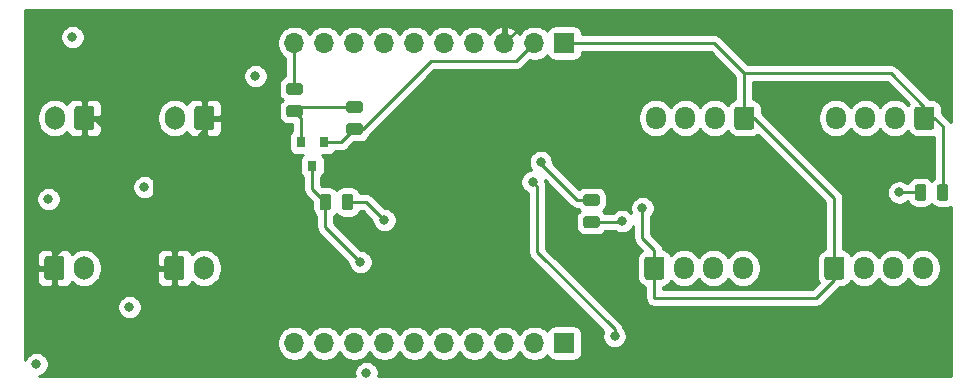
<source format=gbr>
G04 #@! TF.GenerationSoftware,KiCad,Pcbnew,(5.1.5)-3*
G04 #@! TF.CreationDate,2020-02-22T21:26:02+01:00*
G04 #@! TF.ProjectId,SchluesselbrettV2,5363686c-7565-4737-9365-6c6272657474,rev?*
G04 #@! TF.SameCoordinates,Original*
G04 #@! TF.FileFunction,Copper,L1,Top*
G04 #@! TF.FilePolarity,Positive*
%FSLAX46Y46*%
G04 Gerber Fmt 4.6, Leading zero omitted, Abs format (unit mm)*
G04 Created by KiCad (PCBNEW (5.1.5)-3) date 2020-02-22 21:26:02*
%MOMM*%
%LPD*%
G04 APERTURE LIST*
G04 #@! TA.AperFunction,ComponentPad*
%ADD10O,1.700000X1.950000*%
G04 #@! TD*
G04 #@! TA.AperFunction,ComponentPad*
%ADD11C,0.100000*%
G04 #@! TD*
G04 #@! TA.AperFunction,SMDPad,CuDef*
%ADD12C,0.100000*%
G04 #@! TD*
G04 #@! TA.AperFunction,SMDPad,CuDef*
%ADD13R,0.800000X0.900000*%
G04 #@! TD*
G04 #@! TA.AperFunction,ComponentPad*
%ADD14O,1.700000X2.000000*%
G04 #@! TD*
G04 #@! TA.AperFunction,ComponentPad*
%ADD15O,1.700000X1.700000*%
G04 #@! TD*
G04 #@! TA.AperFunction,ComponentPad*
%ADD16R,1.700000X1.700000*%
G04 #@! TD*
G04 #@! TA.AperFunction,ViaPad*
%ADD17C,0.800000*%
G04 #@! TD*
G04 #@! TA.AperFunction,Conductor*
%ADD18C,0.250000*%
G04 #@! TD*
G04 #@! TA.AperFunction,Conductor*
%ADD19C,0.254000*%
G04 #@! TD*
G04 APERTURE END LIST*
D10*
G04 #@! TO.P,J7,4*
G04 #@! TO.N,Net-(J7-Pad4)*
X149740000Y-81280000D03*
G04 #@! TO.P,J7,3*
G04 #@! TO.N,Net-(J7-Pad3)*
X147240000Y-81280000D03*
G04 #@! TO.P,J7,2*
G04 #@! TO.N,Net-(J7-Pad2)*
X144740000Y-81280000D03*
G04 #@! TA.AperFunction,ComponentPad*
D11*
G04 #@! TO.P,J7,1*
G04 #@! TO.N,+5V*
G36*
X142864504Y-80306204D02*
G01*
X142888773Y-80309804D01*
X142912571Y-80315765D01*
X142935671Y-80324030D01*
X142957849Y-80334520D01*
X142978893Y-80347133D01*
X142998598Y-80361747D01*
X143016777Y-80378223D01*
X143033253Y-80396402D01*
X143047867Y-80416107D01*
X143060480Y-80437151D01*
X143070970Y-80459329D01*
X143079235Y-80482429D01*
X143085196Y-80506227D01*
X143088796Y-80530496D01*
X143090000Y-80555000D01*
X143090000Y-82005000D01*
X143088796Y-82029504D01*
X143085196Y-82053773D01*
X143079235Y-82077571D01*
X143070970Y-82100671D01*
X143060480Y-82122849D01*
X143047867Y-82143893D01*
X143033253Y-82163598D01*
X143016777Y-82181777D01*
X142998598Y-82198253D01*
X142978893Y-82212867D01*
X142957849Y-82225480D01*
X142935671Y-82235970D01*
X142912571Y-82244235D01*
X142888773Y-82250196D01*
X142864504Y-82253796D01*
X142840000Y-82255000D01*
X141640000Y-82255000D01*
X141615496Y-82253796D01*
X141591227Y-82250196D01*
X141567429Y-82244235D01*
X141544329Y-82235970D01*
X141522151Y-82225480D01*
X141501107Y-82212867D01*
X141481402Y-82198253D01*
X141463223Y-82181777D01*
X141446747Y-82163598D01*
X141432133Y-82143893D01*
X141419520Y-82122849D01*
X141409030Y-82100671D01*
X141400765Y-82077571D01*
X141394804Y-82053773D01*
X141391204Y-82029504D01*
X141390000Y-82005000D01*
X141390000Y-80555000D01*
X141391204Y-80530496D01*
X141394804Y-80506227D01*
X141400765Y-80482429D01*
X141409030Y-80459329D01*
X141419520Y-80437151D01*
X141432133Y-80416107D01*
X141446747Y-80396402D01*
X141463223Y-80378223D01*
X141481402Y-80361747D01*
X141501107Y-80347133D01*
X141522151Y-80334520D01*
X141544329Y-80324030D01*
X141567429Y-80315765D01*
X141591227Y-80309804D01*
X141615496Y-80306204D01*
X141640000Y-80305000D01*
X142840000Y-80305000D01*
X142864504Y-80306204D01*
G37*
G04 #@! TD.AperFunction*
G04 #@! TD*
D10*
G04 #@! TO.P,J10,4*
G04 #@! TO.N,Net-(J10-Pad4)*
X157600000Y-68580000D03*
G04 #@! TO.P,J10,3*
G04 #@! TO.N,Net-(J10-Pad3)*
X160100000Y-68580000D03*
G04 #@! TO.P,J10,2*
G04 #@! TO.N,Net-(J10-Pad2)*
X162600000Y-68580000D03*
G04 #@! TA.AperFunction,ComponentPad*
D11*
G04 #@! TO.P,J10,1*
G04 #@! TO.N,+5V*
G36*
X165724504Y-67606204D02*
G01*
X165748773Y-67609804D01*
X165772571Y-67615765D01*
X165795671Y-67624030D01*
X165817849Y-67634520D01*
X165838893Y-67647133D01*
X165858598Y-67661747D01*
X165876777Y-67678223D01*
X165893253Y-67696402D01*
X165907867Y-67716107D01*
X165920480Y-67737151D01*
X165930970Y-67759329D01*
X165939235Y-67782429D01*
X165945196Y-67806227D01*
X165948796Y-67830496D01*
X165950000Y-67855000D01*
X165950000Y-69305000D01*
X165948796Y-69329504D01*
X165945196Y-69353773D01*
X165939235Y-69377571D01*
X165930970Y-69400671D01*
X165920480Y-69422849D01*
X165907867Y-69443893D01*
X165893253Y-69463598D01*
X165876777Y-69481777D01*
X165858598Y-69498253D01*
X165838893Y-69512867D01*
X165817849Y-69525480D01*
X165795671Y-69535970D01*
X165772571Y-69544235D01*
X165748773Y-69550196D01*
X165724504Y-69553796D01*
X165700000Y-69555000D01*
X164500000Y-69555000D01*
X164475496Y-69553796D01*
X164451227Y-69550196D01*
X164427429Y-69544235D01*
X164404329Y-69535970D01*
X164382151Y-69525480D01*
X164361107Y-69512867D01*
X164341402Y-69498253D01*
X164323223Y-69481777D01*
X164306747Y-69463598D01*
X164292133Y-69443893D01*
X164279520Y-69422849D01*
X164269030Y-69400671D01*
X164260765Y-69377571D01*
X164254804Y-69353773D01*
X164251204Y-69329504D01*
X164250000Y-69305000D01*
X164250000Y-67855000D01*
X164251204Y-67830496D01*
X164254804Y-67806227D01*
X164260765Y-67782429D01*
X164269030Y-67759329D01*
X164279520Y-67737151D01*
X164292133Y-67716107D01*
X164306747Y-67696402D01*
X164323223Y-67678223D01*
X164341402Y-67661747D01*
X164361107Y-67647133D01*
X164382151Y-67634520D01*
X164404329Y-67624030D01*
X164427429Y-67615765D01*
X164451227Y-67609804D01*
X164475496Y-67606204D01*
X164500000Y-67605000D01*
X165700000Y-67605000D01*
X165724504Y-67606204D01*
G37*
G04 #@! TD.AperFunction*
G04 #@! TD*
G04 #@! TA.AperFunction,SMDPad,CuDef*
D12*
G04 #@! TO.P,R10,2*
G04 #@! TO.N,Net-(Q1-Pad2)*
G36*
X117320142Y-67156174D02*
G01*
X117343803Y-67159684D01*
X117367007Y-67165496D01*
X117389529Y-67173554D01*
X117411153Y-67183782D01*
X117431670Y-67196079D01*
X117450883Y-67210329D01*
X117468607Y-67226393D01*
X117484671Y-67244117D01*
X117498921Y-67263330D01*
X117511218Y-67283847D01*
X117521446Y-67305471D01*
X117529504Y-67327993D01*
X117535316Y-67351197D01*
X117538826Y-67374858D01*
X117540000Y-67398750D01*
X117540000Y-67886250D01*
X117538826Y-67910142D01*
X117535316Y-67933803D01*
X117529504Y-67957007D01*
X117521446Y-67979529D01*
X117511218Y-68001153D01*
X117498921Y-68021670D01*
X117484671Y-68040883D01*
X117468607Y-68058607D01*
X117450883Y-68074671D01*
X117431670Y-68088921D01*
X117411153Y-68101218D01*
X117389529Y-68111446D01*
X117367007Y-68119504D01*
X117343803Y-68125316D01*
X117320142Y-68128826D01*
X117296250Y-68130000D01*
X116383750Y-68130000D01*
X116359858Y-68128826D01*
X116336197Y-68125316D01*
X116312993Y-68119504D01*
X116290471Y-68111446D01*
X116268847Y-68101218D01*
X116248330Y-68088921D01*
X116229117Y-68074671D01*
X116211393Y-68058607D01*
X116195329Y-68040883D01*
X116181079Y-68021670D01*
X116168782Y-68001153D01*
X116158554Y-67979529D01*
X116150496Y-67957007D01*
X116144684Y-67933803D01*
X116141174Y-67910142D01*
X116140000Y-67886250D01*
X116140000Y-67398750D01*
X116141174Y-67374858D01*
X116144684Y-67351197D01*
X116150496Y-67327993D01*
X116158554Y-67305471D01*
X116168782Y-67283847D01*
X116181079Y-67263330D01*
X116195329Y-67244117D01*
X116211393Y-67226393D01*
X116229117Y-67210329D01*
X116248330Y-67196079D01*
X116268847Y-67183782D01*
X116290471Y-67173554D01*
X116312993Y-67165496D01*
X116336197Y-67159684D01*
X116359858Y-67156174D01*
X116383750Y-67155000D01*
X117296250Y-67155000D01*
X117320142Y-67156174D01*
G37*
G04 #@! TD.AperFunction*
G04 #@! TA.AperFunction,SMDPad,CuDef*
G04 #@! TO.P,R10,1*
G04 #@! TO.N,+3V3*
G36*
X117320142Y-69031174D02*
G01*
X117343803Y-69034684D01*
X117367007Y-69040496D01*
X117389529Y-69048554D01*
X117411153Y-69058782D01*
X117431670Y-69071079D01*
X117450883Y-69085329D01*
X117468607Y-69101393D01*
X117484671Y-69119117D01*
X117498921Y-69138330D01*
X117511218Y-69158847D01*
X117521446Y-69180471D01*
X117529504Y-69202993D01*
X117535316Y-69226197D01*
X117538826Y-69249858D01*
X117540000Y-69273750D01*
X117540000Y-69761250D01*
X117538826Y-69785142D01*
X117535316Y-69808803D01*
X117529504Y-69832007D01*
X117521446Y-69854529D01*
X117511218Y-69876153D01*
X117498921Y-69896670D01*
X117484671Y-69915883D01*
X117468607Y-69933607D01*
X117450883Y-69949671D01*
X117431670Y-69963921D01*
X117411153Y-69976218D01*
X117389529Y-69986446D01*
X117367007Y-69994504D01*
X117343803Y-70000316D01*
X117320142Y-70003826D01*
X117296250Y-70005000D01*
X116383750Y-70005000D01*
X116359858Y-70003826D01*
X116336197Y-70000316D01*
X116312993Y-69994504D01*
X116290471Y-69986446D01*
X116268847Y-69976218D01*
X116248330Y-69963921D01*
X116229117Y-69949671D01*
X116211393Y-69933607D01*
X116195329Y-69915883D01*
X116181079Y-69896670D01*
X116168782Y-69876153D01*
X116158554Y-69854529D01*
X116150496Y-69832007D01*
X116144684Y-69808803D01*
X116141174Y-69785142D01*
X116140000Y-69761250D01*
X116140000Y-69273750D01*
X116141174Y-69249858D01*
X116144684Y-69226197D01*
X116150496Y-69202993D01*
X116158554Y-69180471D01*
X116168782Y-69158847D01*
X116181079Y-69138330D01*
X116195329Y-69119117D01*
X116211393Y-69101393D01*
X116229117Y-69085329D01*
X116248330Y-69071079D01*
X116268847Y-69058782D01*
X116290471Y-69048554D01*
X116312993Y-69040496D01*
X116336197Y-69034684D01*
X116359858Y-69031174D01*
X116383750Y-69030000D01*
X117296250Y-69030000D01*
X117320142Y-69031174D01*
G37*
G04 #@! TD.AperFunction*
G04 #@! TD*
G04 #@! TA.AperFunction,SMDPad,CuDef*
G04 #@! TO.P,R9,2*
G04 #@! TO.N,+5V*
G36*
X116521142Y-74993174D02*
G01*
X116544803Y-74996684D01*
X116568007Y-75002496D01*
X116590529Y-75010554D01*
X116612153Y-75020782D01*
X116632670Y-75033079D01*
X116651883Y-75047329D01*
X116669607Y-75063393D01*
X116685671Y-75081117D01*
X116699921Y-75100330D01*
X116712218Y-75120847D01*
X116722446Y-75142471D01*
X116730504Y-75164993D01*
X116736316Y-75188197D01*
X116739826Y-75211858D01*
X116741000Y-75235750D01*
X116741000Y-76148250D01*
X116739826Y-76172142D01*
X116736316Y-76195803D01*
X116730504Y-76219007D01*
X116722446Y-76241529D01*
X116712218Y-76263153D01*
X116699921Y-76283670D01*
X116685671Y-76302883D01*
X116669607Y-76320607D01*
X116651883Y-76336671D01*
X116632670Y-76350921D01*
X116612153Y-76363218D01*
X116590529Y-76373446D01*
X116568007Y-76381504D01*
X116544803Y-76387316D01*
X116521142Y-76390826D01*
X116497250Y-76392000D01*
X116009750Y-76392000D01*
X115985858Y-76390826D01*
X115962197Y-76387316D01*
X115938993Y-76381504D01*
X115916471Y-76373446D01*
X115894847Y-76363218D01*
X115874330Y-76350921D01*
X115855117Y-76336671D01*
X115837393Y-76320607D01*
X115821329Y-76302883D01*
X115807079Y-76283670D01*
X115794782Y-76263153D01*
X115784554Y-76241529D01*
X115776496Y-76219007D01*
X115770684Y-76195803D01*
X115767174Y-76172142D01*
X115766000Y-76148250D01*
X115766000Y-75235750D01*
X115767174Y-75211858D01*
X115770684Y-75188197D01*
X115776496Y-75164993D01*
X115784554Y-75142471D01*
X115794782Y-75120847D01*
X115807079Y-75100330D01*
X115821329Y-75081117D01*
X115837393Y-75063393D01*
X115855117Y-75047329D01*
X115874330Y-75033079D01*
X115894847Y-75020782D01*
X115916471Y-75010554D01*
X115938993Y-75002496D01*
X115962197Y-74996684D01*
X115985858Y-74993174D01*
X116009750Y-74992000D01*
X116497250Y-74992000D01*
X116521142Y-74993174D01*
G37*
G04 #@! TD.AperFunction*
G04 #@! TA.AperFunction,SMDPad,CuDef*
G04 #@! TO.P,R9,1*
G04 #@! TO.N,Net-(Q1-Pad3)*
G36*
X114646142Y-74993174D02*
G01*
X114669803Y-74996684D01*
X114693007Y-75002496D01*
X114715529Y-75010554D01*
X114737153Y-75020782D01*
X114757670Y-75033079D01*
X114776883Y-75047329D01*
X114794607Y-75063393D01*
X114810671Y-75081117D01*
X114824921Y-75100330D01*
X114837218Y-75120847D01*
X114847446Y-75142471D01*
X114855504Y-75164993D01*
X114861316Y-75188197D01*
X114864826Y-75211858D01*
X114866000Y-75235750D01*
X114866000Y-76148250D01*
X114864826Y-76172142D01*
X114861316Y-76195803D01*
X114855504Y-76219007D01*
X114847446Y-76241529D01*
X114837218Y-76263153D01*
X114824921Y-76283670D01*
X114810671Y-76302883D01*
X114794607Y-76320607D01*
X114776883Y-76336671D01*
X114757670Y-76350921D01*
X114737153Y-76363218D01*
X114715529Y-76373446D01*
X114693007Y-76381504D01*
X114669803Y-76387316D01*
X114646142Y-76390826D01*
X114622250Y-76392000D01*
X114134750Y-76392000D01*
X114110858Y-76390826D01*
X114087197Y-76387316D01*
X114063993Y-76381504D01*
X114041471Y-76373446D01*
X114019847Y-76363218D01*
X113999330Y-76350921D01*
X113980117Y-76336671D01*
X113962393Y-76320607D01*
X113946329Y-76302883D01*
X113932079Y-76283670D01*
X113919782Y-76263153D01*
X113909554Y-76241529D01*
X113901496Y-76219007D01*
X113895684Y-76195803D01*
X113892174Y-76172142D01*
X113891000Y-76148250D01*
X113891000Y-75235750D01*
X113892174Y-75211858D01*
X113895684Y-75188197D01*
X113901496Y-75164993D01*
X113909554Y-75142471D01*
X113919782Y-75120847D01*
X113932079Y-75100330D01*
X113946329Y-75081117D01*
X113962393Y-75063393D01*
X113980117Y-75047329D01*
X113999330Y-75033079D01*
X114019847Y-75020782D01*
X114041471Y-75010554D01*
X114063993Y-75002496D01*
X114087197Y-74996684D01*
X114110858Y-74993174D01*
X114134750Y-74992000D01*
X114622250Y-74992000D01*
X114646142Y-74993174D01*
G37*
G04 #@! TD.AperFunction*
G04 #@! TD*
G04 #@! TA.AperFunction,SMDPad,CuDef*
G04 #@! TO.P,R8,2*
G04 #@! TO.N,+5V*
G36*
X166914742Y-74180374D02*
G01*
X166938403Y-74183884D01*
X166961607Y-74189696D01*
X166984129Y-74197754D01*
X167005753Y-74207982D01*
X167026270Y-74220279D01*
X167045483Y-74234529D01*
X167063207Y-74250593D01*
X167079271Y-74268317D01*
X167093521Y-74287530D01*
X167105818Y-74308047D01*
X167116046Y-74329671D01*
X167124104Y-74352193D01*
X167129916Y-74375397D01*
X167133426Y-74399058D01*
X167134600Y-74422950D01*
X167134600Y-75335450D01*
X167133426Y-75359342D01*
X167129916Y-75383003D01*
X167124104Y-75406207D01*
X167116046Y-75428729D01*
X167105818Y-75450353D01*
X167093521Y-75470870D01*
X167079271Y-75490083D01*
X167063207Y-75507807D01*
X167045483Y-75523871D01*
X167026270Y-75538121D01*
X167005753Y-75550418D01*
X166984129Y-75560646D01*
X166961607Y-75568704D01*
X166938403Y-75574516D01*
X166914742Y-75578026D01*
X166890850Y-75579200D01*
X166403350Y-75579200D01*
X166379458Y-75578026D01*
X166355797Y-75574516D01*
X166332593Y-75568704D01*
X166310071Y-75560646D01*
X166288447Y-75550418D01*
X166267930Y-75538121D01*
X166248717Y-75523871D01*
X166230993Y-75507807D01*
X166214929Y-75490083D01*
X166200679Y-75470870D01*
X166188382Y-75450353D01*
X166178154Y-75428729D01*
X166170096Y-75406207D01*
X166164284Y-75383003D01*
X166160774Y-75359342D01*
X166159600Y-75335450D01*
X166159600Y-74422950D01*
X166160774Y-74399058D01*
X166164284Y-74375397D01*
X166170096Y-74352193D01*
X166178154Y-74329671D01*
X166188382Y-74308047D01*
X166200679Y-74287530D01*
X166214929Y-74268317D01*
X166230993Y-74250593D01*
X166248717Y-74234529D01*
X166267930Y-74220279D01*
X166288447Y-74207982D01*
X166310071Y-74197754D01*
X166332593Y-74189696D01*
X166355797Y-74183884D01*
X166379458Y-74180374D01*
X166403350Y-74179200D01*
X166890850Y-74179200D01*
X166914742Y-74180374D01*
G37*
G04 #@! TD.AperFunction*
G04 #@! TA.AperFunction,SMDPad,CuDef*
G04 #@! TO.P,R8,1*
G04 #@! TO.N,Net-(R8-Pad1)*
G36*
X165039742Y-74180374D02*
G01*
X165063403Y-74183884D01*
X165086607Y-74189696D01*
X165109129Y-74197754D01*
X165130753Y-74207982D01*
X165151270Y-74220279D01*
X165170483Y-74234529D01*
X165188207Y-74250593D01*
X165204271Y-74268317D01*
X165218521Y-74287530D01*
X165230818Y-74308047D01*
X165241046Y-74329671D01*
X165249104Y-74352193D01*
X165254916Y-74375397D01*
X165258426Y-74399058D01*
X165259600Y-74422950D01*
X165259600Y-75335450D01*
X165258426Y-75359342D01*
X165254916Y-75383003D01*
X165249104Y-75406207D01*
X165241046Y-75428729D01*
X165230818Y-75450353D01*
X165218521Y-75470870D01*
X165204271Y-75490083D01*
X165188207Y-75507807D01*
X165170483Y-75523871D01*
X165151270Y-75538121D01*
X165130753Y-75550418D01*
X165109129Y-75560646D01*
X165086607Y-75568704D01*
X165063403Y-75574516D01*
X165039742Y-75578026D01*
X165015850Y-75579200D01*
X164528350Y-75579200D01*
X164504458Y-75578026D01*
X164480797Y-75574516D01*
X164457593Y-75568704D01*
X164435071Y-75560646D01*
X164413447Y-75550418D01*
X164392930Y-75538121D01*
X164373717Y-75523871D01*
X164355993Y-75507807D01*
X164339929Y-75490083D01*
X164325679Y-75470870D01*
X164313382Y-75450353D01*
X164303154Y-75428729D01*
X164295096Y-75406207D01*
X164289284Y-75383003D01*
X164285774Y-75359342D01*
X164284600Y-75335450D01*
X164284600Y-74422950D01*
X164285774Y-74399058D01*
X164289284Y-74375397D01*
X164295096Y-74352193D01*
X164303154Y-74329671D01*
X164313382Y-74308047D01*
X164325679Y-74287530D01*
X164339929Y-74268317D01*
X164355993Y-74250593D01*
X164373717Y-74234529D01*
X164392930Y-74220279D01*
X164413447Y-74207982D01*
X164435071Y-74197754D01*
X164457593Y-74189696D01*
X164480797Y-74183884D01*
X164504458Y-74180374D01*
X164528350Y-74179200D01*
X165015850Y-74179200D01*
X165039742Y-74180374D01*
G37*
G04 #@! TD.AperFunction*
G04 #@! TD*
G04 #@! TA.AperFunction,SMDPad,CuDef*
G04 #@! TO.P,R3,2*
G04 #@! TO.N,Net-(R3-Pad2)*
G36*
X137386142Y-75030174D02*
G01*
X137409803Y-75033684D01*
X137433007Y-75039496D01*
X137455529Y-75047554D01*
X137477153Y-75057782D01*
X137497670Y-75070079D01*
X137516883Y-75084329D01*
X137534607Y-75100393D01*
X137550671Y-75118117D01*
X137564921Y-75137330D01*
X137577218Y-75157847D01*
X137587446Y-75179471D01*
X137595504Y-75201993D01*
X137601316Y-75225197D01*
X137604826Y-75248858D01*
X137606000Y-75272750D01*
X137606000Y-75760250D01*
X137604826Y-75784142D01*
X137601316Y-75807803D01*
X137595504Y-75831007D01*
X137587446Y-75853529D01*
X137577218Y-75875153D01*
X137564921Y-75895670D01*
X137550671Y-75914883D01*
X137534607Y-75932607D01*
X137516883Y-75948671D01*
X137497670Y-75962921D01*
X137477153Y-75975218D01*
X137455529Y-75985446D01*
X137433007Y-75993504D01*
X137409803Y-75999316D01*
X137386142Y-76002826D01*
X137362250Y-76004000D01*
X136449750Y-76004000D01*
X136425858Y-76002826D01*
X136402197Y-75999316D01*
X136378993Y-75993504D01*
X136356471Y-75985446D01*
X136334847Y-75975218D01*
X136314330Y-75962921D01*
X136295117Y-75948671D01*
X136277393Y-75932607D01*
X136261329Y-75914883D01*
X136247079Y-75895670D01*
X136234782Y-75875153D01*
X136224554Y-75853529D01*
X136216496Y-75831007D01*
X136210684Y-75807803D01*
X136207174Y-75784142D01*
X136206000Y-75760250D01*
X136206000Y-75272750D01*
X136207174Y-75248858D01*
X136210684Y-75225197D01*
X136216496Y-75201993D01*
X136224554Y-75179471D01*
X136234782Y-75157847D01*
X136247079Y-75137330D01*
X136261329Y-75118117D01*
X136277393Y-75100393D01*
X136295117Y-75084329D01*
X136314330Y-75070079D01*
X136334847Y-75057782D01*
X136356471Y-75047554D01*
X136378993Y-75039496D01*
X136402197Y-75033684D01*
X136425858Y-75030174D01*
X136449750Y-75029000D01*
X137362250Y-75029000D01*
X137386142Y-75030174D01*
G37*
G04 #@! TD.AperFunction*
G04 #@! TA.AperFunction,SMDPad,CuDef*
G04 #@! TO.P,R3,1*
G04 #@! TO.N,Net-(R3-Pad1)*
G36*
X137386142Y-76905174D02*
G01*
X137409803Y-76908684D01*
X137433007Y-76914496D01*
X137455529Y-76922554D01*
X137477153Y-76932782D01*
X137497670Y-76945079D01*
X137516883Y-76959329D01*
X137534607Y-76975393D01*
X137550671Y-76993117D01*
X137564921Y-77012330D01*
X137577218Y-77032847D01*
X137587446Y-77054471D01*
X137595504Y-77076993D01*
X137601316Y-77100197D01*
X137604826Y-77123858D01*
X137606000Y-77147750D01*
X137606000Y-77635250D01*
X137604826Y-77659142D01*
X137601316Y-77682803D01*
X137595504Y-77706007D01*
X137587446Y-77728529D01*
X137577218Y-77750153D01*
X137564921Y-77770670D01*
X137550671Y-77789883D01*
X137534607Y-77807607D01*
X137516883Y-77823671D01*
X137497670Y-77837921D01*
X137477153Y-77850218D01*
X137455529Y-77860446D01*
X137433007Y-77868504D01*
X137409803Y-77874316D01*
X137386142Y-77877826D01*
X137362250Y-77879000D01*
X136449750Y-77879000D01*
X136425858Y-77877826D01*
X136402197Y-77874316D01*
X136378993Y-77868504D01*
X136356471Y-77860446D01*
X136334847Y-77850218D01*
X136314330Y-77837921D01*
X136295117Y-77823671D01*
X136277393Y-77807607D01*
X136261329Y-77789883D01*
X136247079Y-77770670D01*
X136234782Y-77750153D01*
X136224554Y-77728529D01*
X136216496Y-77706007D01*
X136210684Y-77682803D01*
X136207174Y-77659142D01*
X136206000Y-77635250D01*
X136206000Y-77147750D01*
X136207174Y-77123858D01*
X136210684Y-77100197D01*
X136216496Y-77076993D01*
X136224554Y-77054471D01*
X136234782Y-77032847D01*
X136247079Y-77012330D01*
X136261329Y-76993117D01*
X136277393Y-76975393D01*
X136295117Y-76959329D01*
X136314330Y-76945079D01*
X136334847Y-76932782D01*
X136356471Y-76922554D01*
X136378993Y-76914496D01*
X136402197Y-76908684D01*
X136425858Y-76905174D01*
X136449750Y-76904000D01*
X137362250Y-76904000D01*
X137386142Y-76905174D01*
G37*
G04 #@! TD.AperFunction*
G04 #@! TD*
G04 #@! TA.AperFunction,SMDPad,CuDef*
G04 #@! TO.P,R1,2*
G04 #@! TO.N,/GPIO5*
G36*
X112240142Y-65632174D02*
G01*
X112263803Y-65635684D01*
X112287007Y-65641496D01*
X112309529Y-65649554D01*
X112331153Y-65659782D01*
X112351670Y-65672079D01*
X112370883Y-65686329D01*
X112388607Y-65702393D01*
X112404671Y-65720117D01*
X112418921Y-65739330D01*
X112431218Y-65759847D01*
X112441446Y-65781471D01*
X112449504Y-65803993D01*
X112455316Y-65827197D01*
X112458826Y-65850858D01*
X112460000Y-65874750D01*
X112460000Y-66362250D01*
X112458826Y-66386142D01*
X112455316Y-66409803D01*
X112449504Y-66433007D01*
X112441446Y-66455529D01*
X112431218Y-66477153D01*
X112418921Y-66497670D01*
X112404671Y-66516883D01*
X112388607Y-66534607D01*
X112370883Y-66550671D01*
X112351670Y-66564921D01*
X112331153Y-66577218D01*
X112309529Y-66587446D01*
X112287007Y-66595504D01*
X112263803Y-66601316D01*
X112240142Y-66604826D01*
X112216250Y-66606000D01*
X111303750Y-66606000D01*
X111279858Y-66604826D01*
X111256197Y-66601316D01*
X111232993Y-66595504D01*
X111210471Y-66587446D01*
X111188847Y-66577218D01*
X111168330Y-66564921D01*
X111149117Y-66550671D01*
X111131393Y-66534607D01*
X111115329Y-66516883D01*
X111101079Y-66497670D01*
X111088782Y-66477153D01*
X111078554Y-66455529D01*
X111070496Y-66433007D01*
X111064684Y-66409803D01*
X111061174Y-66386142D01*
X111060000Y-66362250D01*
X111060000Y-65874750D01*
X111061174Y-65850858D01*
X111064684Y-65827197D01*
X111070496Y-65803993D01*
X111078554Y-65781471D01*
X111088782Y-65759847D01*
X111101079Y-65739330D01*
X111115329Y-65720117D01*
X111131393Y-65702393D01*
X111149117Y-65686329D01*
X111168330Y-65672079D01*
X111188847Y-65659782D01*
X111210471Y-65649554D01*
X111232993Y-65641496D01*
X111256197Y-65635684D01*
X111279858Y-65632174D01*
X111303750Y-65631000D01*
X112216250Y-65631000D01*
X112240142Y-65632174D01*
G37*
G04 #@! TD.AperFunction*
G04 #@! TA.AperFunction,SMDPad,CuDef*
G04 #@! TO.P,R1,1*
G04 #@! TO.N,Net-(Q1-Pad2)*
G36*
X112240142Y-67507174D02*
G01*
X112263803Y-67510684D01*
X112287007Y-67516496D01*
X112309529Y-67524554D01*
X112331153Y-67534782D01*
X112351670Y-67547079D01*
X112370883Y-67561329D01*
X112388607Y-67577393D01*
X112404671Y-67595117D01*
X112418921Y-67614330D01*
X112431218Y-67634847D01*
X112441446Y-67656471D01*
X112449504Y-67678993D01*
X112455316Y-67702197D01*
X112458826Y-67725858D01*
X112460000Y-67749750D01*
X112460000Y-68237250D01*
X112458826Y-68261142D01*
X112455316Y-68284803D01*
X112449504Y-68308007D01*
X112441446Y-68330529D01*
X112431218Y-68352153D01*
X112418921Y-68372670D01*
X112404671Y-68391883D01*
X112388607Y-68409607D01*
X112370883Y-68425671D01*
X112351670Y-68439921D01*
X112331153Y-68452218D01*
X112309529Y-68462446D01*
X112287007Y-68470504D01*
X112263803Y-68476316D01*
X112240142Y-68479826D01*
X112216250Y-68481000D01*
X111303750Y-68481000D01*
X111279858Y-68479826D01*
X111256197Y-68476316D01*
X111232993Y-68470504D01*
X111210471Y-68462446D01*
X111188847Y-68452218D01*
X111168330Y-68439921D01*
X111149117Y-68425671D01*
X111131393Y-68409607D01*
X111115329Y-68391883D01*
X111101079Y-68372670D01*
X111088782Y-68352153D01*
X111078554Y-68330529D01*
X111070496Y-68308007D01*
X111064684Y-68284803D01*
X111061174Y-68261142D01*
X111060000Y-68237250D01*
X111060000Y-67749750D01*
X111061174Y-67725858D01*
X111064684Y-67702197D01*
X111070496Y-67678993D01*
X111078554Y-67656471D01*
X111088782Y-67634847D01*
X111101079Y-67614330D01*
X111115329Y-67595117D01*
X111131393Y-67577393D01*
X111149117Y-67561329D01*
X111168330Y-67547079D01*
X111188847Y-67534782D01*
X111210471Y-67524554D01*
X111232993Y-67516496D01*
X111256197Y-67510684D01*
X111279858Y-67507174D01*
X111303750Y-67506000D01*
X112216250Y-67506000D01*
X112240142Y-67507174D01*
G37*
G04 #@! TD.AperFunction*
G04 #@! TD*
D13*
G04 #@! TO.P,Q1,3*
G04 #@! TO.N,Net-(Q1-Pad3)*
X113284000Y-72628000D03*
G04 #@! TO.P,Q1,2*
G04 #@! TO.N,Net-(Q1-Pad2)*
X112334000Y-70628000D03*
G04 #@! TO.P,Q1,1*
G04 #@! TO.N,+3V3*
X114234000Y-70628000D03*
G04 #@! TD*
D10*
G04 #@! TO.P,J9,4*
G04 #@! TO.N,Net-(J9-Pad4)*
X142360000Y-68580000D03*
G04 #@! TO.P,J9,3*
G04 #@! TO.N,Net-(J9-Pad3)*
X144860000Y-68580000D03*
G04 #@! TO.P,J9,2*
G04 #@! TO.N,Net-(J9-Pad2)*
X147360000Y-68580000D03*
G04 #@! TA.AperFunction,ComponentPad*
D11*
G04 #@! TO.P,J9,1*
G04 #@! TO.N,+5V*
G36*
X150484504Y-67606204D02*
G01*
X150508773Y-67609804D01*
X150532571Y-67615765D01*
X150555671Y-67624030D01*
X150577849Y-67634520D01*
X150598893Y-67647133D01*
X150618598Y-67661747D01*
X150636777Y-67678223D01*
X150653253Y-67696402D01*
X150667867Y-67716107D01*
X150680480Y-67737151D01*
X150690970Y-67759329D01*
X150699235Y-67782429D01*
X150705196Y-67806227D01*
X150708796Y-67830496D01*
X150710000Y-67855000D01*
X150710000Y-69305000D01*
X150708796Y-69329504D01*
X150705196Y-69353773D01*
X150699235Y-69377571D01*
X150690970Y-69400671D01*
X150680480Y-69422849D01*
X150667867Y-69443893D01*
X150653253Y-69463598D01*
X150636777Y-69481777D01*
X150618598Y-69498253D01*
X150598893Y-69512867D01*
X150577849Y-69525480D01*
X150555671Y-69535970D01*
X150532571Y-69544235D01*
X150508773Y-69550196D01*
X150484504Y-69553796D01*
X150460000Y-69555000D01*
X149260000Y-69555000D01*
X149235496Y-69553796D01*
X149211227Y-69550196D01*
X149187429Y-69544235D01*
X149164329Y-69535970D01*
X149142151Y-69525480D01*
X149121107Y-69512867D01*
X149101402Y-69498253D01*
X149083223Y-69481777D01*
X149066747Y-69463598D01*
X149052133Y-69443893D01*
X149039520Y-69422849D01*
X149029030Y-69400671D01*
X149020765Y-69377571D01*
X149014804Y-69353773D01*
X149011204Y-69329504D01*
X149010000Y-69305000D01*
X149010000Y-67855000D01*
X149011204Y-67830496D01*
X149014804Y-67806227D01*
X149020765Y-67782429D01*
X149029030Y-67759329D01*
X149039520Y-67737151D01*
X149052133Y-67716107D01*
X149066747Y-67696402D01*
X149083223Y-67678223D01*
X149101402Y-67661747D01*
X149121107Y-67647133D01*
X149142151Y-67634520D01*
X149164329Y-67624030D01*
X149187429Y-67615765D01*
X149211227Y-67609804D01*
X149235496Y-67606204D01*
X149260000Y-67605000D01*
X150460000Y-67605000D01*
X150484504Y-67606204D01*
G37*
G04 #@! TD.AperFunction*
G04 #@! TD*
D10*
G04 #@! TO.P,J8,4*
G04 #@! TO.N,Net-(J8-Pad4)*
X164980000Y-81280000D03*
G04 #@! TO.P,J8,3*
G04 #@! TO.N,Net-(J8-Pad3)*
X162480000Y-81280000D03*
G04 #@! TO.P,J8,2*
G04 #@! TO.N,Net-(J8-Pad2)*
X159980000Y-81280000D03*
G04 #@! TA.AperFunction,ComponentPad*
D11*
G04 #@! TO.P,J8,1*
G04 #@! TO.N,+5V*
G36*
X158104504Y-80306204D02*
G01*
X158128773Y-80309804D01*
X158152571Y-80315765D01*
X158175671Y-80324030D01*
X158197849Y-80334520D01*
X158218893Y-80347133D01*
X158238598Y-80361747D01*
X158256777Y-80378223D01*
X158273253Y-80396402D01*
X158287867Y-80416107D01*
X158300480Y-80437151D01*
X158310970Y-80459329D01*
X158319235Y-80482429D01*
X158325196Y-80506227D01*
X158328796Y-80530496D01*
X158330000Y-80555000D01*
X158330000Y-82005000D01*
X158328796Y-82029504D01*
X158325196Y-82053773D01*
X158319235Y-82077571D01*
X158310970Y-82100671D01*
X158300480Y-82122849D01*
X158287867Y-82143893D01*
X158273253Y-82163598D01*
X158256777Y-82181777D01*
X158238598Y-82198253D01*
X158218893Y-82212867D01*
X158197849Y-82225480D01*
X158175671Y-82235970D01*
X158152571Y-82244235D01*
X158128773Y-82250196D01*
X158104504Y-82253796D01*
X158080000Y-82255000D01*
X156880000Y-82255000D01*
X156855496Y-82253796D01*
X156831227Y-82250196D01*
X156807429Y-82244235D01*
X156784329Y-82235970D01*
X156762151Y-82225480D01*
X156741107Y-82212867D01*
X156721402Y-82198253D01*
X156703223Y-82181777D01*
X156686747Y-82163598D01*
X156672133Y-82143893D01*
X156659520Y-82122849D01*
X156649030Y-82100671D01*
X156640765Y-82077571D01*
X156634804Y-82053773D01*
X156631204Y-82029504D01*
X156630000Y-82005000D01*
X156630000Y-80555000D01*
X156631204Y-80530496D01*
X156634804Y-80506227D01*
X156640765Y-80482429D01*
X156649030Y-80459329D01*
X156659520Y-80437151D01*
X156672133Y-80416107D01*
X156686747Y-80396402D01*
X156703223Y-80378223D01*
X156721402Y-80361747D01*
X156741107Y-80347133D01*
X156762151Y-80334520D01*
X156784329Y-80324030D01*
X156807429Y-80315765D01*
X156831227Y-80309804D01*
X156855496Y-80306204D01*
X156880000Y-80305000D01*
X158080000Y-80305000D01*
X158104504Y-80306204D01*
G37*
G04 #@! TD.AperFunction*
G04 #@! TD*
D14*
G04 #@! TO.P,J6,2*
G04 #@! TO.N,/GPIO16*
X101640000Y-68580000D03*
G04 #@! TA.AperFunction,ComponentPad*
D11*
G04 #@! TO.P,J6,1*
G04 #@! TO.N,GND*
G36*
X104764504Y-67581204D02*
G01*
X104788773Y-67584804D01*
X104812571Y-67590765D01*
X104835671Y-67599030D01*
X104857849Y-67609520D01*
X104878893Y-67622133D01*
X104898598Y-67636747D01*
X104916777Y-67653223D01*
X104933253Y-67671402D01*
X104947867Y-67691107D01*
X104960480Y-67712151D01*
X104970970Y-67734329D01*
X104979235Y-67757429D01*
X104985196Y-67781227D01*
X104988796Y-67805496D01*
X104990000Y-67830000D01*
X104990000Y-69330000D01*
X104988796Y-69354504D01*
X104985196Y-69378773D01*
X104979235Y-69402571D01*
X104970970Y-69425671D01*
X104960480Y-69447849D01*
X104947867Y-69468893D01*
X104933253Y-69488598D01*
X104916777Y-69506777D01*
X104898598Y-69523253D01*
X104878893Y-69537867D01*
X104857849Y-69550480D01*
X104835671Y-69560970D01*
X104812571Y-69569235D01*
X104788773Y-69575196D01*
X104764504Y-69578796D01*
X104740000Y-69580000D01*
X103540000Y-69580000D01*
X103515496Y-69578796D01*
X103491227Y-69575196D01*
X103467429Y-69569235D01*
X103444329Y-69560970D01*
X103422151Y-69550480D01*
X103401107Y-69537867D01*
X103381402Y-69523253D01*
X103363223Y-69506777D01*
X103346747Y-69488598D01*
X103332133Y-69468893D01*
X103319520Y-69447849D01*
X103309030Y-69425671D01*
X103300765Y-69402571D01*
X103294804Y-69378773D01*
X103291204Y-69354504D01*
X103290000Y-69330000D01*
X103290000Y-67830000D01*
X103291204Y-67805496D01*
X103294804Y-67781227D01*
X103300765Y-67757429D01*
X103309030Y-67734329D01*
X103319520Y-67712151D01*
X103332133Y-67691107D01*
X103346747Y-67671402D01*
X103363223Y-67653223D01*
X103381402Y-67636747D01*
X103401107Y-67622133D01*
X103422151Y-67609520D01*
X103444329Y-67599030D01*
X103467429Y-67590765D01*
X103491227Y-67584804D01*
X103515496Y-67581204D01*
X103540000Y-67580000D01*
X104740000Y-67580000D01*
X104764504Y-67581204D01*
G37*
G04 #@! TD.AperFunction*
G04 #@! TD*
D14*
G04 #@! TO.P,J5,2*
G04 #@! TO.N,/GPIO15*
X91480000Y-68580000D03*
G04 #@! TA.AperFunction,ComponentPad*
D11*
G04 #@! TO.P,J5,1*
G04 #@! TO.N,GND*
G36*
X94604504Y-67581204D02*
G01*
X94628773Y-67584804D01*
X94652571Y-67590765D01*
X94675671Y-67599030D01*
X94697849Y-67609520D01*
X94718893Y-67622133D01*
X94738598Y-67636747D01*
X94756777Y-67653223D01*
X94773253Y-67671402D01*
X94787867Y-67691107D01*
X94800480Y-67712151D01*
X94810970Y-67734329D01*
X94819235Y-67757429D01*
X94825196Y-67781227D01*
X94828796Y-67805496D01*
X94830000Y-67830000D01*
X94830000Y-69330000D01*
X94828796Y-69354504D01*
X94825196Y-69378773D01*
X94819235Y-69402571D01*
X94810970Y-69425671D01*
X94800480Y-69447849D01*
X94787867Y-69468893D01*
X94773253Y-69488598D01*
X94756777Y-69506777D01*
X94738598Y-69523253D01*
X94718893Y-69537867D01*
X94697849Y-69550480D01*
X94675671Y-69560970D01*
X94652571Y-69569235D01*
X94628773Y-69575196D01*
X94604504Y-69578796D01*
X94580000Y-69580000D01*
X93380000Y-69580000D01*
X93355496Y-69578796D01*
X93331227Y-69575196D01*
X93307429Y-69569235D01*
X93284329Y-69560970D01*
X93262151Y-69550480D01*
X93241107Y-69537867D01*
X93221402Y-69523253D01*
X93203223Y-69506777D01*
X93186747Y-69488598D01*
X93172133Y-69468893D01*
X93159520Y-69447849D01*
X93149030Y-69425671D01*
X93140765Y-69402571D01*
X93134804Y-69378773D01*
X93131204Y-69354504D01*
X93130000Y-69330000D01*
X93130000Y-67830000D01*
X93131204Y-67805496D01*
X93134804Y-67781227D01*
X93140765Y-67757429D01*
X93149030Y-67734329D01*
X93159520Y-67712151D01*
X93172133Y-67691107D01*
X93186747Y-67671402D01*
X93203223Y-67653223D01*
X93221402Y-67636747D01*
X93241107Y-67622133D01*
X93262151Y-67609520D01*
X93284329Y-67599030D01*
X93307429Y-67590765D01*
X93331227Y-67584804D01*
X93355496Y-67581204D01*
X93380000Y-67580000D01*
X94580000Y-67580000D01*
X94604504Y-67581204D01*
G37*
G04 #@! TD.AperFunction*
G04 #@! TD*
D14*
G04 #@! TO.P,J4,2*
G04 #@! TO.N,/GPIO14*
X93940000Y-81280000D03*
G04 #@! TA.AperFunction,ComponentPad*
D11*
G04 #@! TO.P,J4,1*
G04 #@! TO.N,GND*
G36*
X92064504Y-80281204D02*
G01*
X92088773Y-80284804D01*
X92112571Y-80290765D01*
X92135671Y-80299030D01*
X92157849Y-80309520D01*
X92178893Y-80322133D01*
X92198598Y-80336747D01*
X92216777Y-80353223D01*
X92233253Y-80371402D01*
X92247867Y-80391107D01*
X92260480Y-80412151D01*
X92270970Y-80434329D01*
X92279235Y-80457429D01*
X92285196Y-80481227D01*
X92288796Y-80505496D01*
X92290000Y-80530000D01*
X92290000Y-82030000D01*
X92288796Y-82054504D01*
X92285196Y-82078773D01*
X92279235Y-82102571D01*
X92270970Y-82125671D01*
X92260480Y-82147849D01*
X92247867Y-82168893D01*
X92233253Y-82188598D01*
X92216777Y-82206777D01*
X92198598Y-82223253D01*
X92178893Y-82237867D01*
X92157849Y-82250480D01*
X92135671Y-82260970D01*
X92112571Y-82269235D01*
X92088773Y-82275196D01*
X92064504Y-82278796D01*
X92040000Y-82280000D01*
X90840000Y-82280000D01*
X90815496Y-82278796D01*
X90791227Y-82275196D01*
X90767429Y-82269235D01*
X90744329Y-82260970D01*
X90722151Y-82250480D01*
X90701107Y-82237867D01*
X90681402Y-82223253D01*
X90663223Y-82206777D01*
X90646747Y-82188598D01*
X90632133Y-82168893D01*
X90619520Y-82147849D01*
X90609030Y-82125671D01*
X90600765Y-82102571D01*
X90594804Y-82078773D01*
X90591204Y-82054504D01*
X90590000Y-82030000D01*
X90590000Y-80530000D01*
X90591204Y-80505496D01*
X90594804Y-80481227D01*
X90600765Y-80457429D01*
X90609030Y-80434329D01*
X90619520Y-80412151D01*
X90632133Y-80391107D01*
X90646747Y-80371402D01*
X90663223Y-80353223D01*
X90681402Y-80336747D01*
X90701107Y-80322133D01*
X90722151Y-80309520D01*
X90744329Y-80299030D01*
X90767429Y-80290765D01*
X90791227Y-80284804D01*
X90815496Y-80281204D01*
X90840000Y-80280000D01*
X92040000Y-80280000D01*
X92064504Y-80281204D01*
G37*
G04 #@! TD.AperFunction*
G04 #@! TD*
D14*
G04 #@! TO.P,J3,2*
G04 #@! TO.N,/GPIO13*
X104100000Y-81280000D03*
G04 #@! TA.AperFunction,ComponentPad*
D11*
G04 #@! TO.P,J3,1*
G04 #@! TO.N,GND*
G36*
X102224504Y-80281204D02*
G01*
X102248773Y-80284804D01*
X102272571Y-80290765D01*
X102295671Y-80299030D01*
X102317849Y-80309520D01*
X102338893Y-80322133D01*
X102358598Y-80336747D01*
X102376777Y-80353223D01*
X102393253Y-80371402D01*
X102407867Y-80391107D01*
X102420480Y-80412151D01*
X102430970Y-80434329D01*
X102439235Y-80457429D01*
X102445196Y-80481227D01*
X102448796Y-80505496D01*
X102450000Y-80530000D01*
X102450000Y-82030000D01*
X102448796Y-82054504D01*
X102445196Y-82078773D01*
X102439235Y-82102571D01*
X102430970Y-82125671D01*
X102420480Y-82147849D01*
X102407867Y-82168893D01*
X102393253Y-82188598D01*
X102376777Y-82206777D01*
X102358598Y-82223253D01*
X102338893Y-82237867D01*
X102317849Y-82250480D01*
X102295671Y-82260970D01*
X102272571Y-82269235D01*
X102248773Y-82275196D01*
X102224504Y-82278796D01*
X102200000Y-82280000D01*
X101000000Y-82280000D01*
X100975496Y-82278796D01*
X100951227Y-82275196D01*
X100927429Y-82269235D01*
X100904329Y-82260970D01*
X100882151Y-82250480D01*
X100861107Y-82237867D01*
X100841402Y-82223253D01*
X100823223Y-82206777D01*
X100806747Y-82188598D01*
X100792133Y-82168893D01*
X100779520Y-82147849D01*
X100769030Y-82125671D01*
X100760765Y-82102571D01*
X100754804Y-82078773D01*
X100751204Y-82054504D01*
X100750000Y-82030000D01*
X100750000Y-80530000D01*
X100751204Y-80505496D01*
X100754804Y-80481227D01*
X100760765Y-80457429D01*
X100769030Y-80434329D01*
X100779520Y-80412151D01*
X100792133Y-80391107D01*
X100806747Y-80371402D01*
X100823223Y-80353223D01*
X100841402Y-80336747D01*
X100861107Y-80322133D01*
X100882151Y-80309520D01*
X100904329Y-80299030D01*
X100927429Y-80290765D01*
X100951227Y-80284804D01*
X100975496Y-80281204D01*
X101000000Y-80280000D01*
X102200000Y-80280000D01*
X102224504Y-80281204D01*
G37*
G04 #@! TD.AperFunction*
G04 #@! TD*
D15*
G04 #@! TO.P,J2,10*
G04 #@! TO.N,/GPIO13*
X111760000Y-87630000D03*
G04 #@! TO.P,J2,9*
G04 #@! TO.N,/GPIO14*
X114300000Y-87630000D03*
G04 #@! TO.P,J2,8*
G04 #@! TO.N,/GPIO15*
X116840000Y-87630000D03*
G04 #@! TO.P,J2,7*
G04 #@! TO.N,/GPIO16*
X119380000Y-87630000D03*
G04 #@! TO.P,J2,6*
G04 #@! TO.N,/GPIO32*
X121920000Y-87630000D03*
G04 #@! TO.P,J2,5*
G04 #@! TO.N,/GPIO33*
X124460000Y-87630000D03*
G04 #@! TO.P,J2,4*
G04 #@! TO.N,/GPI34*
X127000000Y-87630000D03*
G04 #@! TO.P,J2,3*
G04 #@! TO.N,/GPI35*
X129540000Y-87630000D03*
G04 #@! TO.P,J2,2*
G04 #@! TO.N,/GPI36*
X132080000Y-87630000D03*
D16*
G04 #@! TO.P,J2,1*
G04 #@! TO.N,/GPI39*
X134620000Y-87630000D03*
G04 #@! TD*
D15*
G04 #@! TO.P,J1,10*
G04 #@! TO.N,/GPIO5*
X111760000Y-62230000D03*
G04 #@! TO.P,J1,9*
G04 #@! TO.N,/GPIO4*
X114300000Y-62230000D03*
G04 #@! TO.P,J1,8*
G04 #@! TO.N,/GPIO3*
X116840000Y-62230000D03*
G04 #@! TO.P,J1,7*
G04 #@! TO.N,/GPIO2*
X119380000Y-62230000D03*
G04 #@! TO.P,J1,6*
G04 #@! TO.N,/GPIO1*
X121920000Y-62230000D03*
G04 #@! TO.P,J1,5*
G04 #@! TO.N,/GPIO0*
X124460000Y-62230000D03*
G04 #@! TO.P,J1,4*
G04 #@! TO.N,/ESP_EN*
X127000000Y-62230000D03*
G04 #@! TO.P,J1,3*
G04 #@! TO.N,GND*
X129540000Y-62230000D03*
G04 #@! TO.P,J1,2*
G04 #@! TO.N,+3V3*
X132080000Y-62230000D03*
D16*
G04 #@! TO.P,J1,1*
G04 #@! TO.N,+5V*
X134620000Y-62230000D03*
G04 #@! TD*
D17*
G04 #@! TO.N,*
X108458000Y-65024000D03*
X99060000Y-74422000D03*
X90932000Y-75438000D03*
X92964000Y-61722000D03*
X97790000Y-84582000D03*
X89916000Y-89408000D03*
X117856000Y-90170000D03*
G04 #@! TO.N,Net-(Q1-Pad3)*
X117348000Y-80772000D03*
G04 #@! TO.N,GND*
X142087600Y-60426600D03*
X153365200Y-76835000D03*
X135991600Y-73126600D03*
X124129800Y-65278000D03*
G04 #@! TO.N,+5V*
X141224000Y-76200000D03*
X119380000Y-77216000D03*
G04 #@! TO.N,Net-(R3-Pad2)*
X132613400Y-72313800D03*
G04 #@! TO.N,Net-(R3-Pad1)*
X139496800Y-77317600D03*
G04 #@! TO.N,Net-(R4-Pad1)*
X138861800Y-87045800D03*
X131927600Y-73990200D03*
G04 #@! TO.N,Net-(R8-Pad1)*
X162966400Y-74879200D03*
G04 #@! TD*
D18*
G04 #@! TO.N,Net-(Q1-Pad3)*
X113284000Y-74597500D02*
X114378500Y-75692000D01*
X113284000Y-72628000D02*
X113284000Y-74597500D01*
X114378500Y-75692000D02*
X114378500Y-77802500D01*
X114378500Y-77802500D02*
X117348000Y-80772000D01*
G04 #@! TO.N,Net-(Q1-Pad2)*
X112334000Y-68567500D02*
X111760000Y-67993500D01*
X112334000Y-70628000D02*
X112334000Y-68567500D01*
X112111000Y-67642500D02*
X111760000Y-67993500D01*
X116840000Y-67642500D02*
X112111000Y-67642500D01*
G04 #@! TO.N,/GPIO5*
X111760000Y-66118500D02*
X111760000Y-62230000D01*
G04 #@! TO.N,GND*
X131343400Y-60426600D02*
X129540000Y-62230000D01*
X142087600Y-60426600D02*
X131343400Y-60426600D01*
X152965201Y-76435001D02*
X152965201Y-76358801D01*
X153365200Y-76835000D02*
X152965201Y-76435001D01*
X152965201Y-76358801D02*
X150088600Y-73482200D01*
X150088600Y-73482200D02*
X142868798Y-73482200D01*
X142513198Y-73126600D02*
X135991600Y-73126600D01*
X142868798Y-73482200D02*
X142513198Y-73126600D01*
X135591601Y-72726601D02*
X135591601Y-72625001D01*
X135991600Y-73126600D02*
X135591601Y-72726601D01*
X135591601Y-72625001D02*
X131927600Y-68961000D01*
X131927600Y-68961000D02*
X131927600Y-66167000D01*
X131927600Y-66167000D02*
X131013200Y-65252600D01*
X131013200Y-65252600D02*
X124155200Y-65252600D01*
X124155200Y-65252600D02*
X124129800Y-65278000D01*
X91440000Y-80280000D02*
X93361000Y-78359000D01*
X91440000Y-81280000D02*
X91440000Y-80280000D01*
X101600000Y-79832200D02*
X101600000Y-81280000D01*
X100126800Y-78359000D02*
X101600000Y-79832200D01*
X104140000Y-68580000D02*
X104140000Y-69580000D01*
X99898200Y-73821800D02*
X99898200Y-78282800D01*
X93361000Y-78359000D02*
X99898200Y-78282800D01*
X99898200Y-78282800D02*
X100126800Y-78359000D01*
X99910000Y-73660000D02*
X100126800Y-73660000D01*
X93980000Y-68580000D02*
X94830000Y-68580000D01*
X94830000Y-68580000D02*
X99910000Y-73660000D01*
X104140000Y-69580000D02*
X100126800Y-73660000D01*
X100126800Y-73660000D02*
X99898200Y-73821800D01*
G04 #@! TO.N,+3V3*
X115729500Y-70628000D02*
X116840000Y-69517500D01*
X114234000Y-70628000D02*
X115729500Y-70628000D01*
X117540000Y-69517500D02*
X123303500Y-63754000D01*
X116840000Y-69517500D02*
X117540000Y-69517500D01*
X130556000Y-63754000D02*
X132080000Y-62230000D01*
X123303500Y-63754000D02*
X130556000Y-63754000D01*
G04 #@! TO.N,+5V*
X134620000Y-62230000D02*
X147320000Y-62230000D01*
X147320000Y-62230000D02*
X149860000Y-64770000D01*
X149860000Y-68580000D02*
X149860000Y-64770000D01*
X165100000Y-67605000D02*
X165100000Y-68580000D01*
X162265000Y-64770000D02*
X165100000Y-67605000D01*
X149860000Y-64770000D02*
X162265000Y-64770000D01*
X150710000Y-68580000D02*
X149860000Y-68580000D01*
X157480000Y-75350000D02*
X150710000Y-68580000D01*
X157480000Y-81280000D02*
X157480000Y-75350000D01*
X142240000Y-81280000D02*
X142240000Y-83820000D01*
X157480000Y-82255000D02*
X157480000Y-81280000D01*
X155915000Y-83820000D02*
X157480000Y-82255000D01*
X142240000Y-83820000D02*
X155915000Y-83820000D01*
X141224000Y-76200000D02*
X141224000Y-78740000D01*
X142240000Y-79756000D02*
X142240000Y-81280000D01*
X141224000Y-78740000D02*
X142240000Y-79756000D01*
X117856000Y-75692000D02*
X116253500Y-75692000D01*
X119380000Y-77216000D02*
X117856000Y-75692000D01*
X165950000Y-68580000D02*
X165100000Y-68580000D01*
X166647100Y-69277100D02*
X165950000Y-68580000D01*
X166647100Y-74879200D02*
X166647100Y-69277100D01*
G04 #@! TO.N,Net-(R3-Pad2)*
X136906000Y-75516500D02*
X135689100Y-75516500D01*
X135689100Y-75516500D02*
X132613400Y-72440800D01*
X132613400Y-72440800D02*
X132613400Y-72313800D01*
G04 #@! TO.N,Net-(R3-Pad1)*
X136906000Y-77391500D02*
X139422900Y-77391500D01*
X139422900Y-77391500D02*
X139496800Y-77317600D01*
G04 #@! TO.N,Net-(R4-Pad1)*
X138861800Y-86480115D02*
X132334000Y-79952315D01*
X138861800Y-87045800D02*
X138861800Y-86480115D01*
X132334000Y-79952315D02*
X132334000Y-74396600D01*
X132334000Y-74396600D02*
X131927600Y-73990200D01*
G04 #@! TO.N,Net-(R8-Pad1)*
X162966400Y-74879200D02*
X164772100Y-74879200D01*
G04 #@! TD*
D19*
G04 #@! TO.N,GND*
G36*
X167310600Y-68906192D02*
G01*
X167282074Y-68852824D01*
X167187101Y-68737099D01*
X167158102Y-68713301D01*
X166588072Y-68143271D01*
X166588072Y-67855000D01*
X166571008Y-67681746D01*
X166520472Y-67515150D01*
X166438405Y-67361614D01*
X166327962Y-67227038D01*
X166193386Y-67116595D01*
X166039850Y-67034528D01*
X165873254Y-66983992D01*
X165700000Y-66966928D01*
X165536731Y-66966928D01*
X162828804Y-64259003D01*
X162805001Y-64229999D01*
X162689276Y-64135026D01*
X162557247Y-64064454D01*
X162413986Y-64020997D01*
X162302333Y-64010000D01*
X162302322Y-64010000D01*
X162265000Y-64006324D01*
X162227678Y-64010000D01*
X150174803Y-64010000D01*
X147883804Y-61719003D01*
X147860001Y-61689999D01*
X147744276Y-61595026D01*
X147612247Y-61524454D01*
X147468986Y-61480997D01*
X147357333Y-61470000D01*
X147357322Y-61470000D01*
X147320000Y-61466324D01*
X147282678Y-61470000D01*
X136108072Y-61470000D01*
X136108072Y-61380000D01*
X136095812Y-61255518D01*
X136059502Y-61135820D01*
X136000537Y-61025506D01*
X135921185Y-60928815D01*
X135824494Y-60849463D01*
X135714180Y-60790498D01*
X135594482Y-60754188D01*
X135470000Y-60741928D01*
X133770000Y-60741928D01*
X133645518Y-60754188D01*
X133525820Y-60790498D01*
X133415506Y-60849463D01*
X133318815Y-60928815D01*
X133239463Y-61025506D01*
X133180498Y-61135820D01*
X133158487Y-61208380D01*
X133026632Y-61076525D01*
X132783411Y-60914010D01*
X132513158Y-60802068D01*
X132226260Y-60745000D01*
X131933740Y-60745000D01*
X131646842Y-60802068D01*
X131376589Y-60914010D01*
X131133368Y-61076525D01*
X130926525Y-61283368D01*
X130804805Y-61465534D01*
X130735178Y-61348645D01*
X130540269Y-61132412D01*
X130306920Y-60958359D01*
X130044099Y-60833175D01*
X129896890Y-60788524D01*
X129667000Y-60909845D01*
X129667000Y-62103000D01*
X129687000Y-62103000D01*
X129687000Y-62357000D01*
X129667000Y-62357000D01*
X129667000Y-62377000D01*
X129413000Y-62377000D01*
X129413000Y-62357000D01*
X129393000Y-62357000D01*
X129393000Y-62103000D01*
X129413000Y-62103000D01*
X129413000Y-60909845D01*
X129183110Y-60788524D01*
X129035901Y-60833175D01*
X128773080Y-60958359D01*
X128539731Y-61132412D01*
X128344822Y-61348645D01*
X128275195Y-61465534D01*
X128153475Y-61283368D01*
X127946632Y-61076525D01*
X127703411Y-60914010D01*
X127433158Y-60802068D01*
X127146260Y-60745000D01*
X126853740Y-60745000D01*
X126566842Y-60802068D01*
X126296589Y-60914010D01*
X126053368Y-61076525D01*
X125846525Y-61283368D01*
X125730000Y-61457760D01*
X125613475Y-61283368D01*
X125406632Y-61076525D01*
X125163411Y-60914010D01*
X124893158Y-60802068D01*
X124606260Y-60745000D01*
X124313740Y-60745000D01*
X124026842Y-60802068D01*
X123756589Y-60914010D01*
X123513368Y-61076525D01*
X123306525Y-61283368D01*
X123190000Y-61457760D01*
X123073475Y-61283368D01*
X122866632Y-61076525D01*
X122623411Y-60914010D01*
X122353158Y-60802068D01*
X122066260Y-60745000D01*
X121773740Y-60745000D01*
X121486842Y-60802068D01*
X121216589Y-60914010D01*
X120973368Y-61076525D01*
X120766525Y-61283368D01*
X120650000Y-61457760D01*
X120533475Y-61283368D01*
X120326632Y-61076525D01*
X120083411Y-60914010D01*
X119813158Y-60802068D01*
X119526260Y-60745000D01*
X119233740Y-60745000D01*
X118946842Y-60802068D01*
X118676589Y-60914010D01*
X118433368Y-61076525D01*
X118226525Y-61283368D01*
X118110000Y-61457760D01*
X117993475Y-61283368D01*
X117786632Y-61076525D01*
X117543411Y-60914010D01*
X117273158Y-60802068D01*
X116986260Y-60745000D01*
X116693740Y-60745000D01*
X116406842Y-60802068D01*
X116136589Y-60914010D01*
X115893368Y-61076525D01*
X115686525Y-61283368D01*
X115570000Y-61457760D01*
X115453475Y-61283368D01*
X115246632Y-61076525D01*
X115003411Y-60914010D01*
X114733158Y-60802068D01*
X114446260Y-60745000D01*
X114153740Y-60745000D01*
X113866842Y-60802068D01*
X113596589Y-60914010D01*
X113353368Y-61076525D01*
X113146525Y-61283368D01*
X113030000Y-61457760D01*
X112913475Y-61283368D01*
X112706632Y-61076525D01*
X112463411Y-60914010D01*
X112193158Y-60802068D01*
X111906260Y-60745000D01*
X111613740Y-60745000D01*
X111326842Y-60802068D01*
X111056589Y-60914010D01*
X110813368Y-61076525D01*
X110606525Y-61283368D01*
X110444010Y-61526589D01*
X110332068Y-61796842D01*
X110275000Y-62083740D01*
X110275000Y-62376260D01*
X110332068Y-62663158D01*
X110444010Y-62933411D01*
X110606525Y-63176632D01*
X110813368Y-63383475D01*
X111000001Y-63508179D01*
X111000000Y-65049827D01*
X110966291Y-65060053D01*
X110813836Y-65141542D01*
X110680208Y-65251208D01*
X110570542Y-65384836D01*
X110489053Y-65537291D01*
X110438872Y-65702715D01*
X110421928Y-65874750D01*
X110421928Y-66362250D01*
X110438872Y-66534285D01*
X110489053Y-66699709D01*
X110570542Y-66852164D01*
X110680208Y-66985792D01*
X110765756Y-67056000D01*
X110680208Y-67126208D01*
X110570542Y-67259836D01*
X110489053Y-67412291D01*
X110438872Y-67577715D01*
X110421928Y-67749750D01*
X110421928Y-68237250D01*
X110438872Y-68409285D01*
X110489053Y-68574709D01*
X110570542Y-68727164D01*
X110680208Y-68860792D01*
X110813836Y-68970458D01*
X110966291Y-69051947D01*
X111131715Y-69102128D01*
X111303750Y-69119072D01*
X111574001Y-69119072D01*
X111574000Y-69651981D01*
X111482815Y-69726815D01*
X111403463Y-69823506D01*
X111344498Y-69933820D01*
X111308188Y-70053518D01*
X111295928Y-70178000D01*
X111295928Y-71078000D01*
X111308188Y-71202482D01*
X111344498Y-71322180D01*
X111403463Y-71432494D01*
X111482815Y-71529185D01*
X111579506Y-71608537D01*
X111689820Y-71667502D01*
X111809518Y-71703812D01*
X111934000Y-71716072D01*
X112445905Y-71716072D01*
X112432815Y-71726815D01*
X112353463Y-71823506D01*
X112294498Y-71933820D01*
X112258188Y-72053518D01*
X112245928Y-72178000D01*
X112245928Y-73078000D01*
X112258188Y-73202482D01*
X112294498Y-73322180D01*
X112353463Y-73432494D01*
X112432815Y-73529185D01*
X112524000Y-73604019D01*
X112524001Y-74560168D01*
X112520324Y-74597500D01*
X112524001Y-74634833D01*
X112534998Y-74746486D01*
X112548180Y-74789942D01*
X112578454Y-74889746D01*
X112649026Y-75021776D01*
X112714984Y-75102145D01*
X112744000Y-75137501D01*
X112772998Y-75161299D01*
X113252928Y-75641229D01*
X113252928Y-76148250D01*
X113269872Y-76320285D01*
X113320053Y-76485709D01*
X113401542Y-76638164D01*
X113511208Y-76771792D01*
X113618501Y-76859845D01*
X113618501Y-77765168D01*
X113614824Y-77802500D01*
X113618501Y-77839833D01*
X113629498Y-77951486D01*
X113637351Y-77977374D01*
X113672954Y-78094746D01*
X113743526Y-78226776D01*
X113814146Y-78312826D01*
X113838500Y-78342501D01*
X113867498Y-78366299D01*
X116313000Y-80811802D01*
X116313000Y-80873939D01*
X116352774Y-81073898D01*
X116430795Y-81262256D01*
X116544063Y-81431774D01*
X116688226Y-81575937D01*
X116857744Y-81689205D01*
X117046102Y-81767226D01*
X117246061Y-81807000D01*
X117449939Y-81807000D01*
X117649898Y-81767226D01*
X117838256Y-81689205D01*
X118007774Y-81575937D01*
X118151937Y-81431774D01*
X118265205Y-81262256D01*
X118343226Y-81073898D01*
X118383000Y-80873939D01*
X118383000Y-80670061D01*
X118343226Y-80470102D01*
X118265205Y-80281744D01*
X118151937Y-80112226D01*
X118007774Y-79968063D01*
X117838256Y-79854795D01*
X117649898Y-79776774D01*
X117449939Y-79737000D01*
X117387802Y-79737000D01*
X115138500Y-77487699D01*
X115138500Y-76859845D01*
X115245792Y-76771792D01*
X115316000Y-76686244D01*
X115386208Y-76771792D01*
X115519836Y-76881458D01*
X115672291Y-76962947D01*
X115837715Y-77013128D01*
X116009750Y-77030072D01*
X116497250Y-77030072D01*
X116669285Y-77013128D01*
X116834709Y-76962947D01*
X116987164Y-76881458D01*
X117120792Y-76771792D01*
X117230458Y-76638164D01*
X117311947Y-76485709D01*
X117322173Y-76452000D01*
X117541199Y-76452000D01*
X118345000Y-77255802D01*
X118345000Y-77317939D01*
X118384774Y-77517898D01*
X118462795Y-77706256D01*
X118576063Y-77875774D01*
X118720226Y-78019937D01*
X118889744Y-78133205D01*
X119078102Y-78211226D01*
X119278061Y-78251000D01*
X119481939Y-78251000D01*
X119681898Y-78211226D01*
X119870256Y-78133205D01*
X120039774Y-78019937D01*
X120183937Y-77875774D01*
X120297205Y-77706256D01*
X120375226Y-77517898D01*
X120415000Y-77317939D01*
X120415000Y-77114061D01*
X120375226Y-76914102D01*
X120297205Y-76725744D01*
X120183937Y-76556226D01*
X120039774Y-76412063D01*
X119870256Y-76298795D01*
X119681898Y-76220774D01*
X119481939Y-76181000D01*
X119419802Y-76181000D01*
X118419803Y-75181002D01*
X118396001Y-75151999D01*
X118280276Y-75057026D01*
X118148247Y-74986454D01*
X118004986Y-74942997D01*
X117893333Y-74932000D01*
X117893322Y-74932000D01*
X117856000Y-74928324D01*
X117818678Y-74932000D01*
X117322173Y-74932000D01*
X117311947Y-74898291D01*
X117230458Y-74745836D01*
X117120792Y-74612208D01*
X116987164Y-74502542D01*
X116834709Y-74421053D01*
X116669285Y-74370872D01*
X116497250Y-74353928D01*
X116009750Y-74353928D01*
X115837715Y-74370872D01*
X115672291Y-74421053D01*
X115519836Y-74502542D01*
X115386208Y-74612208D01*
X115316000Y-74697756D01*
X115245792Y-74612208D01*
X115112164Y-74502542D01*
X114959709Y-74421053D01*
X114794285Y-74370872D01*
X114622250Y-74353928D01*
X114134750Y-74353928D01*
X114116980Y-74355678D01*
X114044000Y-74282699D01*
X114044000Y-73604018D01*
X114135185Y-73529185D01*
X114214537Y-73432494D01*
X114273502Y-73322180D01*
X114309812Y-73202482D01*
X114322072Y-73078000D01*
X114322072Y-72178000D01*
X114309812Y-72053518D01*
X114273502Y-71933820D01*
X114214537Y-71823506D01*
X114135185Y-71726815D01*
X114122095Y-71716072D01*
X114634000Y-71716072D01*
X114758482Y-71703812D01*
X114878180Y-71667502D01*
X114988494Y-71608537D01*
X115085185Y-71529185D01*
X115164537Y-71432494D01*
X115188320Y-71388000D01*
X115692178Y-71388000D01*
X115729500Y-71391676D01*
X115766822Y-71388000D01*
X115766833Y-71388000D01*
X115878486Y-71377003D01*
X116021747Y-71333546D01*
X116153776Y-71262974D01*
X116269501Y-71168001D01*
X116293304Y-71138998D01*
X116789229Y-70643072D01*
X117296250Y-70643072D01*
X117468285Y-70626128D01*
X117633709Y-70575947D01*
X117786164Y-70494458D01*
X117919792Y-70384792D01*
X118029458Y-70251164D01*
X118110947Y-70098709D01*
X118144630Y-69987671D01*
X123618302Y-64514000D01*
X130518678Y-64514000D01*
X130556000Y-64517676D01*
X130593322Y-64514000D01*
X130593333Y-64514000D01*
X130704986Y-64503003D01*
X130848247Y-64459546D01*
X130980276Y-64388974D01*
X131096001Y-64294001D01*
X131119803Y-64264998D01*
X131713592Y-63671210D01*
X131933740Y-63715000D01*
X132226260Y-63715000D01*
X132513158Y-63657932D01*
X132783411Y-63545990D01*
X133026632Y-63383475D01*
X133158487Y-63251620D01*
X133180498Y-63324180D01*
X133239463Y-63434494D01*
X133318815Y-63531185D01*
X133415506Y-63610537D01*
X133525820Y-63669502D01*
X133645518Y-63705812D01*
X133770000Y-63718072D01*
X135470000Y-63718072D01*
X135594482Y-63705812D01*
X135714180Y-63669502D01*
X135824494Y-63610537D01*
X135921185Y-63531185D01*
X136000537Y-63434494D01*
X136059502Y-63324180D01*
X136095812Y-63204482D01*
X136108072Y-63080000D01*
X136108072Y-62990000D01*
X147005199Y-62990000D01*
X149100001Y-65084804D01*
X149100000Y-66982687D01*
X149086746Y-66983992D01*
X148920150Y-67034528D01*
X148766614Y-67116595D01*
X148632038Y-67227038D01*
X148521595Y-67361614D01*
X148467223Y-67463337D01*
X148415134Y-67399866D01*
X148189014Y-67214294D01*
X147931034Y-67076401D01*
X147651111Y-66991487D01*
X147360000Y-66962815D01*
X147068890Y-66991487D01*
X146788967Y-67076401D01*
X146530987Y-67214294D01*
X146304866Y-67399866D01*
X146119294Y-67625986D01*
X146110000Y-67643374D01*
X146100706Y-67625986D01*
X145915134Y-67399866D01*
X145689014Y-67214294D01*
X145431034Y-67076401D01*
X145151111Y-66991487D01*
X144860000Y-66962815D01*
X144568890Y-66991487D01*
X144288967Y-67076401D01*
X144030987Y-67214294D01*
X143804866Y-67399866D01*
X143619294Y-67625986D01*
X143610000Y-67643374D01*
X143600706Y-67625986D01*
X143415134Y-67399866D01*
X143189014Y-67214294D01*
X142931034Y-67076401D01*
X142651111Y-66991487D01*
X142360000Y-66962815D01*
X142068890Y-66991487D01*
X141788967Y-67076401D01*
X141530987Y-67214294D01*
X141304866Y-67399866D01*
X141119294Y-67625986D01*
X140981401Y-67883966D01*
X140896487Y-68163889D01*
X140875000Y-68382050D01*
X140875000Y-68777949D01*
X140896487Y-68996110D01*
X140981401Y-69276033D01*
X141119294Y-69534013D01*
X141304866Y-69760134D01*
X141530986Y-69945706D01*
X141788966Y-70083599D01*
X142068889Y-70168513D01*
X142360000Y-70197185D01*
X142651110Y-70168513D01*
X142931033Y-70083599D01*
X143189013Y-69945706D01*
X143415134Y-69760134D01*
X143600706Y-69534014D01*
X143610000Y-69516626D01*
X143619294Y-69534013D01*
X143804866Y-69760134D01*
X144030986Y-69945706D01*
X144288966Y-70083599D01*
X144568889Y-70168513D01*
X144860000Y-70197185D01*
X145151110Y-70168513D01*
X145431033Y-70083599D01*
X145689013Y-69945706D01*
X145915134Y-69760134D01*
X146100706Y-69534014D01*
X146110000Y-69516626D01*
X146119294Y-69534013D01*
X146304866Y-69760134D01*
X146530986Y-69945706D01*
X146788966Y-70083599D01*
X147068889Y-70168513D01*
X147360000Y-70197185D01*
X147651110Y-70168513D01*
X147931033Y-70083599D01*
X148189013Y-69945706D01*
X148415134Y-69760134D01*
X148467223Y-69696663D01*
X148521595Y-69798386D01*
X148632038Y-69932962D01*
X148766614Y-70043405D01*
X148920150Y-70125472D01*
X149086746Y-70176008D01*
X149260000Y-70193072D01*
X150460000Y-70193072D01*
X150633254Y-70176008D01*
X150799850Y-70125472D01*
X150953386Y-70043405D01*
X151033147Y-69977948D01*
X156720001Y-75664803D01*
X156720000Y-79682687D01*
X156706746Y-79683992D01*
X156540150Y-79734528D01*
X156386614Y-79816595D01*
X156252038Y-79927038D01*
X156141595Y-80061614D01*
X156059528Y-80215150D01*
X156008992Y-80381746D01*
X155991928Y-80555000D01*
X155991928Y-82005000D01*
X156008992Y-82178254D01*
X156059528Y-82344850D01*
X156141595Y-82498386D01*
X156150708Y-82509490D01*
X155600199Y-83060000D01*
X143000000Y-83060000D01*
X143000000Y-82877313D01*
X143013254Y-82876008D01*
X143179850Y-82825472D01*
X143333386Y-82743405D01*
X143467962Y-82632962D01*
X143578405Y-82498386D01*
X143632777Y-82396663D01*
X143684866Y-82460134D01*
X143910987Y-82645706D01*
X144168967Y-82783599D01*
X144448890Y-82868513D01*
X144740000Y-82897185D01*
X145031111Y-82868513D01*
X145311034Y-82783599D01*
X145569014Y-82645706D01*
X145795134Y-82460134D01*
X145980706Y-82234014D01*
X145990000Y-82216626D01*
X145999294Y-82234014D01*
X146184866Y-82460134D01*
X146410987Y-82645706D01*
X146668967Y-82783599D01*
X146948890Y-82868513D01*
X147240000Y-82897185D01*
X147531111Y-82868513D01*
X147811034Y-82783599D01*
X148069014Y-82645706D01*
X148295134Y-82460134D01*
X148480706Y-82234014D01*
X148490000Y-82216626D01*
X148499294Y-82234014D01*
X148684866Y-82460134D01*
X148910987Y-82645706D01*
X149168967Y-82783599D01*
X149448890Y-82868513D01*
X149740000Y-82897185D01*
X150031111Y-82868513D01*
X150311034Y-82783599D01*
X150569014Y-82645706D01*
X150795134Y-82460134D01*
X150980706Y-82234014D01*
X151118599Y-81976033D01*
X151203513Y-81696110D01*
X151225000Y-81477949D01*
X151225000Y-81082050D01*
X151203513Y-80863889D01*
X151118599Y-80583966D01*
X150980706Y-80325986D01*
X150795134Y-80099866D01*
X150569013Y-79914294D01*
X150311033Y-79776401D01*
X150031110Y-79691487D01*
X149740000Y-79662815D01*
X149448889Y-79691487D01*
X149168966Y-79776401D01*
X148910986Y-79914294D01*
X148684866Y-80099866D01*
X148499294Y-80325987D01*
X148490000Y-80343374D01*
X148480706Y-80325986D01*
X148295134Y-80099866D01*
X148069013Y-79914294D01*
X147811033Y-79776401D01*
X147531110Y-79691487D01*
X147240000Y-79662815D01*
X146948889Y-79691487D01*
X146668966Y-79776401D01*
X146410986Y-79914294D01*
X146184866Y-80099866D01*
X145999294Y-80325987D01*
X145990000Y-80343374D01*
X145980706Y-80325986D01*
X145795134Y-80099866D01*
X145569013Y-79914294D01*
X145311033Y-79776401D01*
X145031110Y-79691487D01*
X144740000Y-79662815D01*
X144448889Y-79691487D01*
X144168966Y-79776401D01*
X143910986Y-79914294D01*
X143684866Y-80099866D01*
X143632777Y-80163337D01*
X143578405Y-80061614D01*
X143467962Y-79927038D01*
X143333386Y-79816595D01*
X143179850Y-79734528D01*
X143013254Y-79683992D01*
X142996421Y-79682334D01*
X142989003Y-79607014D01*
X142945546Y-79463753D01*
X142918051Y-79412314D01*
X142874974Y-79331723D01*
X142803799Y-79244997D01*
X142780001Y-79215999D01*
X142751004Y-79192202D01*
X141984000Y-78425199D01*
X141984000Y-76903711D01*
X142027937Y-76859774D01*
X142141205Y-76690256D01*
X142219226Y-76501898D01*
X142259000Y-76301939D01*
X142259000Y-76098061D01*
X142219226Y-75898102D01*
X142141205Y-75709744D01*
X142027937Y-75540226D01*
X141883774Y-75396063D01*
X141714256Y-75282795D01*
X141525898Y-75204774D01*
X141325939Y-75165000D01*
X141122061Y-75165000D01*
X140922102Y-75204774D01*
X140733744Y-75282795D01*
X140564226Y-75396063D01*
X140420063Y-75540226D01*
X140306795Y-75709744D01*
X140228774Y-75898102D01*
X140189000Y-76098061D01*
X140189000Y-76301939D01*
X140228774Y-76501898D01*
X140288147Y-76645236D01*
X140156574Y-76513663D01*
X139987056Y-76400395D01*
X139798698Y-76322374D01*
X139598739Y-76282600D01*
X139394861Y-76282600D01*
X139194902Y-76322374D01*
X139006544Y-76400395D01*
X138837026Y-76513663D01*
X138719189Y-76631500D01*
X138073845Y-76631500D01*
X137985792Y-76524208D01*
X137900244Y-76454000D01*
X137985792Y-76383792D01*
X138095458Y-76250164D01*
X138176947Y-76097709D01*
X138227128Y-75932285D01*
X138244072Y-75760250D01*
X138244072Y-75272750D01*
X138227128Y-75100715D01*
X138176947Y-74935291D01*
X138095458Y-74782836D01*
X137985792Y-74649208D01*
X137852164Y-74539542D01*
X137699709Y-74458053D01*
X137534285Y-74407872D01*
X137362250Y-74390928D01*
X136449750Y-74390928D01*
X136277715Y-74407872D01*
X136112291Y-74458053D01*
X135959836Y-74539542D01*
X135864876Y-74617474D01*
X133648400Y-72400999D01*
X133648400Y-72211861D01*
X133608626Y-72011902D01*
X133530605Y-71823544D01*
X133417337Y-71654026D01*
X133273174Y-71509863D01*
X133103656Y-71396595D01*
X132915298Y-71318574D01*
X132715339Y-71278800D01*
X132511461Y-71278800D01*
X132311502Y-71318574D01*
X132123144Y-71396595D01*
X131953626Y-71509863D01*
X131809463Y-71654026D01*
X131696195Y-71823544D01*
X131618174Y-72011902D01*
X131578400Y-72211861D01*
X131578400Y-72415739D01*
X131618174Y-72615698D01*
X131696195Y-72804056D01*
X131800526Y-72960200D01*
X131625702Y-72994974D01*
X131437344Y-73072995D01*
X131267826Y-73186263D01*
X131123663Y-73330426D01*
X131010395Y-73499944D01*
X130932374Y-73688302D01*
X130892600Y-73888261D01*
X130892600Y-74092139D01*
X130932374Y-74292098D01*
X131010395Y-74480456D01*
X131123663Y-74649974D01*
X131267826Y-74794137D01*
X131437344Y-74907405D01*
X131574001Y-74964011D01*
X131574000Y-79914992D01*
X131570324Y-79952315D01*
X131574000Y-79989637D01*
X131574000Y-79989647D01*
X131584997Y-80101300D01*
X131628454Y-80244561D01*
X131699026Y-80376591D01*
X131738871Y-80425141D01*
X131793999Y-80492316D01*
X131823003Y-80516119D01*
X137920528Y-86613645D01*
X137866574Y-86743902D01*
X137826800Y-86943861D01*
X137826800Y-87147739D01*
X137866574Y-87347698D01*
X137944595Y-87536056D01*
X138057863Y-87705574D01*
X138202026Y-87849737D01*
X138371544Y-87963005D01*
X138559902Y-88041026D01*
X138759861Y-88080800D01*
X138963739Y-88080800D01*
X139163698Y-88041026D01*
X139352056Y-87963005D01*
X139521574Y-87849737D01*
X139665737Y-87705574D01*
X139779005Y-87536056D01*
X139857026Y-87347698D01*
X139896800Y-87147739D01*
X139896800Y-86943861D01*
X139857026Y-86743902D01*
X139779005Y-86555544D01*
X139665737Y-86386026D01*
X139610787Y-86331076D01*
X139567346Y-86187868D01*
X139496774Y-86055839D01*
X139401801Y-85940114D01*
X139372803Y-85916316D01*
X133094000Y-79637514D01*
X133094000Y-74433922D01*
X133097676Y-74396599D01*
X133094000Y-74359276D01*
X133094000Y-74359267D01*
X133083003Y-74247614D01*
X133039546Y-74104353D01*
X132968974Y-73972324D01*
X132962600Y-73964557D01*
X132962600Y-73888261D01*
X132956775Y-73858976D01*
X135125301Y-76027503D01*
X135149099Y-76056501D01*
X135264824Y-76151474D01*
X135396853Y-76222046D01*
X135540114Y-76265503D01*
X135651767Y-76276500D01*
X135651775Y-76276500D01*
X135689100Y-76280176D01*
X135726425Y-76276500D01*
X135738155Y-76276500D01*
X135826208Y-76383792D01*
X135911756Y-76454000D01*
X135826208Y-76524208D01*
X135716542Y-76657836D01*
X135635053Y-76810291D01*
X135584872Y-76975715D01*
X135567928Y-77147750D01*
X135567928Y-77635250D01*
X135584872Y-77807285D01*
X135635053Y-77972709D01*
X135716542Y-78125164D01*
X135826208Y-78258792D01*
X135959836Y-78368458D01*
X136112291Y-78449947D01*
X136277715Y-78500128D01*
X136449750Y-78517072D01*
X137362250Y-78517072D01*
X137534285Y-78500128D01*
X137699709Y-78449947D01*
X137852164Y-78368458D01*
X137985792Y-78258792D01*
X138073845Y-78151500D01*
X138881869Y-78151500D01*
X139006544Y-78234805D01*
X139194902Y-78312826D01*
X139394861Y-78352600D01*
X139598739Y-78352600D01*
X139798698Y-78312826D01*
X139987056Y-78234805D01*
X140156574Y-78121537D01*
X140300737Y-77977374D01*
X140414005Y-77807856D01*
X140464001Y-77687157D01*
X140464001Y-78702668D01*
X140460324Y-78740000D01*
X140474998Y-78888985D01*
X140518454Y-79032246D01*
X140589026Y-79164276D01*
X140655273Y-79244997D01*
X140684000Y-79280001D01*
X140712998Y-79303799D01*
X141198213Y-79789015D01*
X141146614Y-79816595D01*
X141012038Y-79927038D01*
X140901595Y-80061614D01*
X140819528Y-80215150D01*
X140768992Y-80381746D01*
X140751928Y-80555000D01*
X140751928Y-82005000D01*
X140768992Y-82178254D01*
X140819528Y-82344850D01*
X140901595Y-82498386D01*
X141012038Y-82632962D01*
X141146614Y-82743405D01*
X141300150Y-82825472D01*
X141466746Y-82876008D01*
X141480001Y-82877313D01*
X141480001Y-83782657D01*
X141476323Y-83820000D01*
X141490997Y-83968986D01*
X141534454Y-84112247D01*
X141605026Y-84244276D01*
X141699999Y-84360001D01*
X141815724Y-84454974D01*
X141947753Y-84525546D01*
X142091014Y-84569003D01*
X142202667Y-84580000D01*
X142240000Y-84583677D01*
X142277333Y-84580000D01*
X155877678Y-84580000D01*
X155915000Y-84583676D01*
X155952322Y-84580000D01*
X155952333Y-84580000D01*
X156063986Y-84569003D01*
X156207247Y-84525546D01*
X156339276Y-84454974D01*
X156455001Y-84360001D01*
X156478804Y-84330997D01*
X157916730Y-82893072D01*
X158080000Y-82893072D01*
X158253254Y-82876008D01*
X158419850Y-82825472D01*
X158573386Y-82743405D01*
X158707962Y-82632962D01*
X158818405Y-82498386D01*
X158872777Y-82396663D01*
X158924866Y-82460134D01*
X159150987Y-82645706D01*
X159408967Y-82783599D01*
X159688890Y-82868513D01*
X159980000Y-82897185D01*
X160271111Y-82868513D01*
X160551034Y-82783599D01*
X160809014Y-82645706D01*
X161035134Y-82460134D01*
X161220706Y-82234014D01*
X161230000Y-82216626D01*
X161239294Y-82234014D01*
X161424866Y-82460134D01*
X161650987Y-82645706D01*
X161908967Y-82783599D01*
X162188890Y-82868513D01*
X162480000Y-82897185D01*
X162771111Y-82868513D01*
X163051034Y-82783599D01*
X163309014Y-82645706D01*
X163535134Y-82460134D01*
X163720706Y-82234014D01*
X163730000Y-82216626D01*
X163739294Y-82234014D01*
X163924866Y-82460134D01*
X164150987Y-82645706D01*
X164408967Y-82783599D01*
X164688890Y-82868513D01*
X164980000Y-82897185D01*
X165271111Y-82868513D01*
X165551034Y-82783599D01*
X165809014Y-82645706D01*
X166035134Y-82460134D01*
X166220706Y-82234014D01*
X166358599Y-81976033D01*
X166443513Y-81696110D01*
X166465000Y-81477949D01*
X166465000Y-81082050D01*
X166443513Y-80863889D01*
X166358599Y-80583966D01*
X166220706Y-80325986D01*
X166035134Y-80099866D01*
X165809013Y-79914294D01*
X165551033Y-79776401D01*
X165271110Y-79691487D01*
X164980000Y-79662815D01*
X164688889Y-79691487D01*
X164408966Y-79776401D01*
X164150986Y-79914294D01*
X163924866Y-80099866D01*
X163739294Y-80325987D01*
X163730000Y-80343374D01*
X163720706Y-80325986D01*
X163535134Y-80099866D01*
X163309013Y-79914294D01*
X163051033Y-79776401D01*
X162771110Y-79691487D01*
X162480000Y-79662815D01*
X162188889Y-79691487D01*
X161908966Y-79776401D01*
X161650986Y-79914294D01*
X161424866Y-80099866D01*
X161239294Y-80325987D01*
X161230000Y-80343374D01*
X161220706Y-80325986D01*
X161035134Y-80099866D01*
X160809013Y-79914294D01*
X160551033Y-79776401D01*
X160271110Y-79691487D01*
X159980000Y-79662815D01*
X159688889Y-79691487D01*
X159408966Y-79776401D01*
X159150986Y-79914294D01*
X158924866Y-80099866D01*
X158872777Y-80163337D01*
X158818405Y-80061614D01*
X158707962Y-79927038D01*
X158573386Y-79816595D01*
X158419850Y-79734528D01*
X158253254Y-79683992D01*
X158240000Y-79682687D01*
X158240000Y-75387323D01*
X158243676Y-75350000D01*
X158240000Y-75312677D01*
X158240000Y-75312667D01*
X158229003Y-75201014D01*
X158185546Y-75057753D01*
X158114974Y-74925724D01*
X158020001Y-74809999D01*
X157991003Y-74786201D01*
X151348072Y-68143271D01*
X151348072Y-67855000D01*
X151331008Y-67681746D01*
X151280472Y-67515150D01*
X151198405Y-67361614D01*
X151087962Y-67227038D01*
X150953386Y-67116595D01*
X150799850Y-67034528D01*
X150633254Y-66983992D01*
X150620000Y-66982687D01*
X150620000Y-65530000D01*
X161950199Y-65530000D01*
X163770708Y-67350510D01*
X163761595Y-67361614D01*
X163707223Y-67463337D01*
X163655134Y-67399866D01*
X163429014Y-67214294D01*
X163171034Y-67076401D01*
X162891111Y-66991487D01*
X162600000Y-66962815D01*
X162308890Y-66991487D01*
X162028967Y-67076401D01*
X161770987Y-67214294D01*
X161544866Y-67399866D01*
X161359294Y-67625986D01*
X161350000Y-67643374D01*
X161340706Y-67625986D01*
X161155134Y-67399866D01*
X160929014Y-67214294D01*
X160671034Y-67076401D01*
X160391111Y-66991487D01*
X160100000Y-66962815D01*
X159808890Y-66991487D01*
X159528967Y-67076401D01*
X159270987Y-67214294D01*
X159044866Y-67399866D01*
X158859294Y-67625986D01*
X158850000Y-67643374D01*
X158840706Y-67625986D01*
X158655134Y-67399866D01*
X158429014Y-67214294D01*
X158171034Y-67076401D01*
X157891111Y-66991487D01*
X157600000Y-66962815D01*
X157308890Y-66991487D01*
X157028967Y-67076401D01*
X156770987Y-67214294D01*
X156544866Y-67399866D01*
X156359294Y-67625986D01*
X156221401Y-67883966D01*
X156136487Y-68163889D01*
X156115000Y-68382050D01*
X156115000Y-68777949D01*
X156136487Y-68996110D01*
X156221401Y-69276033D01*
X156359294Y-69534013D01*
X156544866Y-69760134D01*
X156770986Y-69945706D01*
X157028966Y-70083599D01*
X157308889Y-70168513D01*
X157600000Y-70197185D01*
X157891110Y-70168513D01*
X158171033Y-70083599D01*
X158429013Y-69945706D01*
X158655134Y-69760134D01*
X158840706Y-69534014D01*
X158850000Y-69516626D01*
X158859294Y-69534013D01*
X159044866Y-69760134D01*
X159270986Y-69945706D01*
X159528966Y-70083599D01*
X159808889Y-70168513D01*
X160100000Y-70197185D01*
X160391110Y-70168513D01*
X160671033Y-70083599D01*
X160929013Y-69945706D01*
X161155134Y-69760134D01*
X161340706Y-69534014D01*
X161350000Y-69516626D01*
X161359294Y-69534013D01*
X161544866Y-69760134D01*
X161770986Y-69945706D01*
X162028966Y-70083599D01*
X162308889Y-70168513D01*
X162600000Y-70197185D01*
X162891110Y-70168513D01*
X163171033Y-70083599D01*
X163429013Y-69945706D01*
X163655134Y-69760134D01*
X163707223Y-69696663D01*
X163761595Y-69798386D01*
X163872038Y-69932962D01*
X164006614Y-70043405D01*
X164160150Y-70125472D01*
X164326746Y-70176008D01*
X164500000Y-70193072D01*
X165700000Y-70193072D01*
X165873254Y-70176008D01*
X165887101Y-70171808D01*
X165887100Y-73711355D01*
X165779808Y-73799408D01*
X165709600Y-73884956D01*
X165639392Y-73799408D01*
X165505764Y-73689742D01*
X165353309Y-73608253D01*
X165187885Y-73558072D01*
X165015850Y-73541128D01*
X164528350Y-73541128D01*
X164356315Y-73558072D01*
X164190891Y-73608253D01*
X164038436Y-73689742D01*
X163904808Y-73799408D01*
X163795142Y-73933036D01*
X163713653Y-74085491D01*
X163703427Y-74119200D01*
X163670111Y-74119200D01*
X163626174Y-74075263D01*
X163456656Y-73961995D01*
X163268298Y-73883974D01*
X163068339Y-73844200D01*
X162864461Y-73844200D01*
X162664502Y-73883974D01*
X162476144Y-73961995D01*
X162306626Y-74075263D01*
X162162463Y-74219426D01*
X162049195Y-74388944D01*
X161971174Y-74577302D01*
X161931400Y-74777261D01*
X161931400Y-74981139D01*
X161971174Y-75181098D01*
X162049195Y-75369456D01*
X162162463Y-75538974D01*
X162306626Y-75683137D01*
X162476144Y-75796405D01*
X162664502Y-75874426D01*
X162864461Y-75914200D01*
X163068339Y-75914200D01*
X163268298Y-75874426D01*
X163456656Y-75796405D01*
X163626174Y-75683137D01*
X163670111Y-75639200D01*
X163703427Y-75639200D01*
X163713653Y-75672909D01*
X163795142Y-75825364D01*
X163904808Y-75958992D01*
X164038436Y-76068658D01*
X164190891Y-76150147D01*
X164356315Y-76200328D01*
X164528350Y-76217272D01*
X165015850Y-76217272D01*
X165187885Y-76200328D01*
X165353309Y-76150147D01*
X165505764Y-76068658D01*
X165639392Y-75958992D01*
X165709600Y-75873444D01*
X165779808Y-75958992D01*
X165913436Y-76068658D01*
X166065891Y-76150147D01*
X166231315Y-76200328D01*
X166403350Y-76217272D01*
X166890850Y-76217272D01*
X167062885Y-76200328D01*
X167228309Y-76150147D01*
X167310601Y-76106161D01*
X167310601Y-90424800D01*
X118860594Y-90424800D01*
X118891000Y-90271939D01*
X118891000Y-90068061D01*
X118851226Y-89868102D01*
X118773205Y-89679744D01*
X118659937Y-89510226D01*
X118515774Y-89366063D01*
X118346256Y-89252795D01*
X118157898Y-89174774D01*
X117957939Y-89135000D01*
X117754061Y-89135000D01*
X117554102Y-89174774D01*
X117365744Y-89252795D01*
X117196226Y-89366063D01*
X117052063Y-89510226D01*
X116938795Y-89679744D01*
X116860774Y-89868102D01*
X116821000Y-90068061D01*
X116821000Y-90271939D01*
X116851406Y-90424800D01*
X90109437Y-90424800D01*
X90217898Y-90403226D01*
X90406256Y-90325205D01*
X90575774Y-90211937D01*
X90719937Y-90067774D01*
X90833205Y-89898256D01*
X90911226Y-89709898D01*
X90951000Y-89509939D01*
X90951000Y-89306061D01*
X90911226Y-89106102D01*
X90833205Y-88917744D01*
X90719937Y-88748226D01*
X90575774Y-88604063D01*
X90406256Y-88490795D01*
X90217898Y-88412774D01*
X90017939Y-88373000D01*
X89814061Y-88373000D01*
X89614102Y-88412774D01*
X89425744Y-88490795D01*
X89256226Y-88604063D01*
X89112063Y-88748226D01*
X88998795Y-88917744D01*
X88924600Y-89096865D01*
X88924600Y-87483740D01*
X110275000Y-87483740D01*
X110275000Y-87776260D01*
X110332068Y-88063158D01*
X110444010Y-88333411D01*
X110606525Y-88576632D01*
X110813368Y-88783475D01*
X111056589Y-88945990D01*
X111326842Y-89057932D01*
X111613740Y-89115000D01*
X111906260Y-89115000D01*
X112193158Y-89057932D01*
X112463411Y-88945990D01*
X112706632Y-88783475D01*
X112913475Y-88576632D01*
X113030000Y-88402240D01*
X113146525Y-88576632D01*
X113353368Y-88783475D01*
X113596589Y-88945990D01*
X113866842Y-89057932D01*
X114153740Y-89115000D01*
X114446260Y-89115000D01*
X114733158Y-89057932D01*
X115003411Y-88945990D01*
X115246632Y-88783475D01*
X115453475Y-88576632D01*
X115570000Y-88402240D01*
X115686525Y-88576632D01*
X115893368Y-88783475D01*
X116136589Y-88945990D01*
X116406842Y-89057932D01*
X116693740Y-89115000D01*
X116986260Y-89115000D01*
X117273158Y-89057932D01*
X117543411Y-88945990D01*
X117786632Y-88783475D01*
X117993475Y-88576632D01*
X118110000Y-88402240D01*
X118226525Y-88576632D01*
X118433368Y-88783475D01*
X118676589Y-88945990D01*
X118946842Y-89057932D01*
X119233740Y-89115000D01*
X119526260Y-89115000D01*
X119813158Y-89057932D01*
X120083411Y-88945990D01*
X120326632Y-88783475D01*
X120533475Y-88576632D01*
X120650000Y-88402240D01*
X120766525Y-88576632D01*
X120973368Y-88783475D01*
X121216589Y-88945990D01*
X121486842Y-89057932D01*
X121773740Y-89115000D01*
X122066260Y-89115000D01*
X122353158Y-89057932D01*
X122623411Y-88945990D01*
X122866632Y-88783475D01*
X123073475Y-88576632D01*
X123190000Y-88402240D01*
X123306525Y-88576632D01*
X123513368Y-88783475D01*
X123756589Y-88945990D01*
X124026842Y-89057932D01*
X124313740Y-89115000D01*
X124606260Y-89115000D01*
X124893158Y-89057932D01*
X125163411Y-88945990D01*
X125406632Y-88783475D01*
X125613475Y-88576632D01*
X125730000Y-88402240D01*
X125846525Y-88576632D01*
X126053368Y-88783475D01*
X126296589Y-88945990D01*
X126566842Y-89057932D01*
X126853740Y-89115000D01*
X127146260Y-89115000D01*
X127433158Y-89057932D01*
X127703411Y-88945990D01*
X127946632Y-88783475D01*
X128153475Y-88576632D01*
X128270000Y-88402240D01*
X128386525Y-88576632D01*
X128593368Y-88783475D01*
X128836589Y-88945990D01*
X129106842Y-89057932D01*
X129393740Y-89115000D01*
X129686260Y-89115000D01*
X129973158Y-89057932D01*
X130243411Y-88945990D01*
X130486632Y-88783475D01*
X130693475Y-88576632D01*
X130810000Y-88402240D01*
X130926525Y-88576632D01*
X131133368Y-88783475D01*
X131376589Y-88945990D01*
X131646842Y-89057932D01*
X131933740Y-89115000D01*
X132226260Y-89115000D01*
X132513158Y-89057932D01*
X132783411Y-88945990D01*
X133026632Y-88783475D01*
X133158487Y-88651620D01*
X133180498Y-88724180D01*
X133239463Y-88834494D01*
X133318815Y-88931185D01*
X133415506Y-89010537D01*
X133525820Y-89069502D01*
X133645518Y-89105812D01*
X133770000Y-89118072D01*
X135470000Y-89118072D01*
X135594482Y-89105812D01*
X135714180Y-89069502D01*
X135824494Y-89010537D01*
X135921185Y-88931185D01*
X136000537Y-88834494D01*
X136059502Y-88724180D01*
X136095812Y-88604482D01*
X136108072Y-88480000D01*
X136108072Y-86780000D01*
X136095812Y-86655518D01*
X136059502Y-86535820D01*
X136000537Y-86425506D01*
X135921185Y-86328815D01*
X135824494Y-86249463D01*
X135714180Y-86190498D01*
X135594482Y-86154188D01*
X135470000Y-86141928D01*
X133770000Y-86141928D01*
X133645518Y-86154188D01*
X133525820Y-86190498D01*
X133415506Y-86249463D01*
X133318815Y-86328815D01*
X133239463Y-86425506D01*
X133180498Y-86535820D01*
X133158487Y-86608380D01*
X133026632Y-86476525D01*
X132783411Y-86314010D01*
X132513158Y-86202068D01*
X132226260Y-86145000D01*
X131933740Y-86145000D01*
X131646842Y-86202068D01*
X131376589Y-86314010D01*
X131133368Y-86476525D01*
X130926525Y-86683368D01*
X130810000Y-86857760D01*
X130693475Y-86683368D01*
X130486632Y-86476525D01*
X130243411Y-86314010D01*
X129973158Y-86202068D01*
X129686260Y-86145000D01*
X129393740Y-86145000D01*
X129106842Y-86202068D01*
X128836589Y-86314010D01*
X128593368Y-86476525D01*
X128386525Y-86683368D01*
X128270000Y-86857760D01*
X128153475Y-86683368D01*
X127946632Y-86476525D01*
X127703411Y-86314010D01*
X127433158Y-86202068D01*
X127146260Y-86145000D01*
X126853740Y-86145000D01*
X126566842Y-86202068D01*
X126296589Y-86314010D01*
X126053368Y-86476525D01*
X125846525Y-86683368D01*
X125730000Y-86857760D01*
X125613475Y-86683368D01*
X125406632Y-86476525D01*
X125163411Y-86314010D01*
X124893158Y-86202068D01*
X124606260Y-86145000D01*
X124313740Y-86145000D01*
X124026842Y-86202068D01*
X123756589Y-86314010D01*
X123513368Y-86476525D01*
X123306525Y-86683368D01*
X123190000Y-86857760D01*
X123073475Y-86683368D01*
X122866632Y-86476525D01*
X122623411Y-86314010D01*
X122353158Y-86202068D01*
X122066260Y-86145000D01*
X121773740Y-86145000D01*
X121486842Y-86202068D01*
X121216589Y-86314010D01*
X120973368Y-86476525D01*
X120766525Y-86683368D01*
X120650000Y-86857760D01*
X120533475Y-86683368D01*
X120326632Y-86476525D01*
X120083411Y-86314010D01*
X119813158Y-86202068D01*
X119526260Y-86145000D01*
X119233740Y-86145000D01*
X118946842Y-86202068D01*
X118676589Y-86314010D01*
X118433368Y-86476525D01*
X118226525Y-86683368D01*
X118110000Y-86857760D01*
X117993475Y-86683368D01*
X117786632Y-86476525D01*
X117543411Y-86314010D01*
X117273158Y-86202068D01*
X116986260Y-86145000D01*
X116693740Y-86145000D01*
X116406842Y-86202068D01*
X116136589Y-86314010D01*
X115893368Y-86476525D01*
X115686525Y-86683368D01*
X115570000Y-86857760D01*
X115453475Y-86683368D01*
X115246632Y-86476525D01*
X115003411Y-86314010D01*
X114733158Y-86202068D01*
X114446260Y-86145000D01*
X114153740Y-86145000D01*
X113866842Y-86202068D01*
X113596589Y-86314010D01*
X113353368Y-86476525D01*
X113146525Y-86683368D01*
X113030000Y-86857760D01*
X112913475Y-86683368D01*
X112706632Y-86476525D01*
X112463411Y-86314010D01*
X112193158Y-86202068D01*
X111906260Y-86145000D01*
X111613740Y-86145000D01*
X111326842Y-86202068D01*
X111056589Y-86314010D01*
X110813368Y-86476525D01*
X110606525Y-86683368D01*
X110444010Y-86926589D01*
X110332068Y-87196842D01*
X110275000Y-87483740D01*
X88924600Y-87483740D01*
X88924600Y-84480061D01*
X96755000Y-84480061D01*
X96755000Y-84683939D01*
X96794774Y-84883898D01*
X96872795Y-85072256D01*
X96986063Y-85241774D01*
X97130226Y-85385937D01*
X97299744Y-85499205D01*
X97488102Y-85577226D01*
X97688061Y-85617000D01*
X97891939Y-85617000D01*
X98091898Y-85577226D01*
X98280256Y-85499205D01*
X98449774Y-85385937D01*
X98593937Y-85241774D01*
X98707205Y-85072256D01*
X98785226Y-84883898D01*
X98825000Y-84683939D01*
X98825000Y-84480061D01*
X98785226Y-84280102D01*
X98707205Y-84091744D01*
X98593937Y-83922226D01*
X98449774Y-83778063D01*
X98280256Y-83664795D01*
X98091898Y-83586774D01*
X97891939Y-83547000D01*
X97688061Y-83547000D01*
X97488102Y-83586774D01*
X97299744Y-83664795D01*
X97130226Y-83778063D01*
X96986063Y-83922226D01*
X96872795Y-84091744D01*
X96794774Y-84280102D01*
X96755000Y-84480061D01*
X88924600Y-84480061D01*
X88924600Y-82280000D01*
X89951928Y-82280000D01*
X89964188Y-82404482D01*
X90000498Y-82524180D01*
X90059463Y-82634494D01*
X90138815Y-82731185D01*
X90235506Y-82810537D01*
X90345820Y-82869502D01*
X90465518Y-82905812D01*
X90590000Y-82918072D01*
X91154250Y-82915000D01*
X91313000Y-82756250D01*
X91313000Y-81407000D01*
X90113750Y-81407000D01*
X89955000Y-81565750D01*
X89951928Y-82280000D01*
X88924600Y-82280000D01*
X88924600Y-80280000D01*
X89951928Y-80280000D01*
X89955000Y-80994250D01*
X90113750Y-81153000D01*
X91313000Y-81153000D01*
X91313000Y-79803750D01*
X91567000Y-79803750D01*
X91567000Y-81153000D01*
X91587000Y-81153000D01*
X91587000Y-81407000D01*
X91567000Y-81407000D01*
X91567000Y-82756250D01*
X91725750Y-82915000D01*
X92290000Y-82918072D01*
X92414482Y-82905812D01*
X92534180Y-82869502D01*
X92644494Y-82810537D01*
X92741185Y-82731185D01*
X92820537Y-82634494D01*
X92879502Y-82524180D01*
X92890055Y-82489392D01*
X93110987Y-82670706D01*
X93368967Y-82808599D01*
X93648890Y-82893513D01*
X93940000Y-82922185D01*
X94231111Y-82893513D01*
X94511034Y-82808599D01*
X94769014Y-82670706D01*
X94995134Y-82485134D01*
X95163483Y-82280000D01*
X100111928Y-82280000D01*
X100124188Y-82404482D01*
X100160498Y-82524180D01*
X100219463Y-82634494D01*
X100298815Y-82731185D01*
X100395506Y-82810537D01*
X100505820Y-82869502D01*
X100625518Y-82905812D01*
X100750000Y-82918072D01*
X101314250Y-82915000D01*
X101473000Y-82756250D01*
X101473000Y-81407000D01*
X100273750Y-81407000D01*
X100115000Y-81565750D01*
X100111928Y-82280000D01*
X95163483Y-82280000D01*
X95180706Y-82259014D01*
X95318599Y-82001033D01*
X95403513Y-81721110D01*
X95425000Y-81502949D01*
X95425000Y-81057050D01*
X95403513Y-80838889D01*
X95318599Y-80558966D01*
X95180706Y-80300986D01*
X95163484Y-80280000D01*
X100111928Y-80280000D01*
X100115000Y-80994250D01*
X100273750Y-81153000D01*
X101473000Y-81153000D01*
X101473000Y-79803750D01*
X101727000Y-79803750D01*
X101727000Y-81153000D01*
X101747000Y-81153000D01*
X101747000Y-81407000D01*
X101727000Y-81407000D01*
X101727000Y-82756250D01*
X101885750Y-82915000D01*
X102450000Y-82918072D01*
X102574482Y-82905812D01*
X102694180Y-82869502D01*
X102804494Y-82810537D01*
X102901185Y-82731185D01*
X102980537Y-82634494D01*
X103039502Y-82524180D01*
X103050055Y-82489392D01*
X103270987Y-82670706D01*
X103528967Y-82808599D01*
X103808890Y-82893513D01*
X104100000Y-82922185D01*
X104391111Y-82893513D01*
X104671034Y-82808599D01*
X104929014Y-82670706D01*
X105155134Y-82485134D01*
X105340706Y-82259014D01*
X105478599Y-82001033D01*
X105563513Y-81721110D01*
X105585000Y-81502949D01*
X105585000Y-81057050D01*
X105563513Y-80838889D01*
X105478599Y-80558966D01*
X105340706Y-80300986D01*
X105155134Y-80074866D01*
X104929013Y-79889294D01*
X104671033Y-79751401D01*
X104391110Y-79666487D01*
X104100000Y-79637815D01*
X103808889Y-79666487D01*
X103528966Y-79751401D01*
X103270986Y-79889294D01*
X103050055Y-80070608D01*
X103039502Y-80035820D01*
X102980537Y-79925506D01*
X102901185Y-79828815D01*
X102804494Y-79749463D01*
X102694180Y-79690498D01*
X102574482Y-79654188D01*
X102450000Y-79641928D01*
X101885750Y-79645000D01*
X101727000Y-79803750D01*
X101473000Y-79803750D01*
X101314250Y-79645000D01*
X100750000Y-79641928D01*
X100625518Y-79654188D01*
X100505820Y-79690498D01*
X100395506Y-79749463D01*
X100298815Y-79828815D01*
X100219463Y-79925506D01*
X100160498Y-80035820D01*
X100124188Y-80155518D01*
X100111928Y-80280000D01*
X95163484Y-80280000D01*
X94995134Y-80074866D01*
X94769013Y-79889294D01*
X94511033Y-79751401D01*
X94231110Y-79666487D01*
X93940000Y-79637815D01*
X93648889Y-79666487D01*
X93368966Y-79751401D01*
X93110986Y-79889294D01*
X92890055Y-80070608D01*
X92879502Y-80035820D01*
X92820537Y-79925506D01*
X92741185Y-79828815D01*
X92644494Y-79749463D01*
X92534180Y-79690498D01*
X92414482Y-79654188D01*
X92290000Y-79641928D01*
X91725750Y-79645000D01*
X91567000Y-79803750D01*
X91313000Y-79803750D01*
X91154250Y-79645000D01*
X90590000Y-79641928D01*
X90465518Y-79654188D01*
X90345820Y-79690498D01*
X90235506Y-79749463D01*
X90138815Y-79828815D01*
X90059463Y-79925506D01*
X90000498Y-80035820D01*
X89964188Y-80155518D01*
X89951928Y-80280000D01*
X88924600Y-80280000D01*
X88924600Y-75336061D01*
X89897000Y-75336061D01*
X89897000Y-75539939D01*
X89936774Y-75739898D01*
X90014795Y-75928256D01*
X90128063Y-76097774D01*
X90272226Y-76241937D01*
X90441744Y-76355205D01*
X90630102Y-76433226D01*
X90830061Y-76473000D01*
X91033939Y-76473000D01*
X91233898Y-76433226D01*
X91422256Y-76355205D01*
X91591774Y-76241937D01*
X91735937Y-76097774D01*
X91849205Y-75928256D01*
X91927226Y-75739898D01*
X91967000Y-75539939D01*
X91967000Y-75336061D01*
X91927226Y-75136102D01*
X91849205Y-74947744D01*
X91735937Y-74778226D01*
X91591774Y-74634063D01*
X91422256Y-74520795D01*
X91233898Y-74442774D01*
X91033939Y-74403000D01*
X90830061Y-74403000D01*
X90630102Y-74442774D01*
X90441744Y-74520795D01*
X90272226Y-74634063D01*
X90128063Y-74778226D01*
X90014795Y-74947744D01*
X89936774Y-75136102D01*
X89897000Y-75336061D01*
X88924600Y-75336061D01*
X88924600Y-74320061D01*
X98025000Y-74320061D01*
X98025000Y-74523939D01*
X98064774Y-74723898D01*
X98142795Y-74912256D01*
X98256063Y-75081774D01*
X98400226Y-75225937D01*
X98569744Y-75339205D01*
X98758102Y-75417226D01*
X98958061Y-75457000D01*
X99161939Y-75457000D01*
X99361898Y-75417226D01*
X99550256Y-75339205D01*
X99719774Y-75225937D01*
X99863937Y-75081774D01*
X99977205Y-74912256D01*
X100055226Y-74723898D01*
X100095000Y-74523939D01*
X100095000Y-74320061D01*
X100055226Y-74120102D01*
X99977205Y-73931744D01*
X99863937Y-73762226D01*
X99719774Y-73618063D01*
X99550256Y-73504795D01*
X99361898Y-73426774D01*
X99161939Y-73387000D01*
X98958061Y-73387000D01*
X98758102Y-73426774D01*
X98569744Y-73504795D01*
X98400226Y-73618063D01*
X98256063Y-73762226D01*
X98142795Y-73931744D01*
X98064774Y-74120102D01*
X98025000Y-74320061D01*
X88924600Y-74320061D01*
X88924600Y-68357050D01*
X89995000Y-68357050D01*
X89995000Y-68802949D01*
X90016487Y-69021110D01*
X90101401Y-69301033D01*
X90239294Y-69559013D01*
X90424866Y-69785134D01*
X90650986Y-69970706D01*
X90908966Y-70108599D01*
X91188889Y-70193513D01*
X91480000Y-70222185D01*
X91771110Y-70193513D01*
X92051033Y-70108599D01*
X92309013Y-69970706D01*
X92529945Y-69789392D01*
X92540498Y-69824180D01*
X92599463Y-69934494D01*
X92678815Y-70031185D01*
X92775506Y-70110537D01*
X92885820Y-70169502D01*
X93005518Y-70205812D01*
X93130000Y-70218072D01*
X93694250Y-70215000D01*
X93853000Y-70056250D01*
X93853000Y-68707000D01*
X94107000Y-68707000D01*
X94107000Y-70056250D01*
X94265750Y-70215000D01*
X94830000Y-70218072D01*
X94954482Y-70205812D01*
X95074180Y-70169502D01*
X95184494Y-70110537D01*
X95281185Y-70031185D01*
X95360537Y-69934494D01*
X95419502Y-69824180D01*
X95455812Y-69704482D01*
X95468072Y-69580000D01*
X95465000Y-68865750D01*
X95306250Y-68707000D01*
X94107000Y-68707000D01*
X93853000Y-68707000D01*
X93833000Y-68707000D01*
X93833000Y-68453000D01*
X93853000Y-68453000D01*
X93853000Y-67103750D01*
X94107000Y-67103750D01*
X94107000Y-68453000D01*
X95306250Y-68453000D01*
X95402200Y-68357050D01*
X100155000Y-68357050D01*
X100155000Y-68802949D01*
X100176487Y-69021110D01*
X100261401Y-69301033D01*
X100399294Y-69559013D01*
X100584866Y-69785134D01*
X100810986Y-69970706D01*
X101068966Y-70108599D01*
X101348889Y-70193513D01*
X101640000Y-70222185D01*
X101931110Y-70193513D01*
X102211033Y-70108599D01*
X102469013Y-69970706D01*
X102689945Y-69789392D01*
X102700498Y-69824180D01*
X102759463Y-69934494D01*
X102838815Y-70031185D01*
X102935506Y-70110537D01*
X103045820Y-70169502D01*
X103165518Y-70205812D01*
X103290000Y-70218072D01*
X103854250Y-70215000D01*
X104013000Y-70056250D01*
X104013000Y-68707000D01*
X104267000Y-68707000D01*
X104267000Y-70056250D01*
X104425750Y-70215000D01*
X104990000Y-70218072D01*
X105114482Y-70205812D01*
X105234180Y-70169502D01*
X105344494Y-70110537D01*
X105441185Y-70031185D01*
X105520537Y-69934494D01*
X105579502Y-69824180D01*
X105615812Y-69704482D01*
X105628072Y-69580000D01*
X105625000Y-68865750D01*
X105466250Y-68707000D01*
X104267000Y-68707000D01*
X104013000Y-68707000D01*
X103993000Y-68707000D01*
X103993000Y-68453000D01*
X104013000Y-68453000D01*
X104013000Y-67103750D01*
X104267000Y-67103750D01*
X104267000Y-68453000D01*
X105466250Y-68453000D01*
X105625000Y-68294250D01*
X105628072Y-67580000D01*
X105615812Y-67455518D01*
X105579502Y-67335820D01*
X105520537Y-67225506D01*
X105441185Y-67128815D01*
X105344494Y-67049463D01*
X105234180Y-66990498D01*
X105114482Y-66954188D01*
X104990000Y-66941928D01*
X104425750Y-66945000D01*
X104267000Y-67103750D01*
X104013000Y-67103750D01*
X103854250Y-66945000D01*
X103290000Y-66941928D01*
X103165518Y-66954188D01*
X103045820Y-66990498D01*
X102935506Y-67049463D01*
X102838815Y-67128815D01*
X102759463Y-67225506D01*
X102700498Y-67335820D01*
X102689945Y-67370608D01*
X102469014Y-67189294D01*
X102211034Y-67051401D01*
X101931111Y-66966487D01*
X101640000Y-66937815D01*
X101348890Y-66966487D01*
X101068967Y-67051401D01*
X100810987Y-67189294D01*
X100584866Y-67374866D01*
X100399294Y-67600986D01*
X100261401Y-67858966D01*
X100176487Y-68138889D01*
X100155000Y-68357050D01*
X95402200Y-68357050D01*
X95465000Y-68294250D01*
X95468072Y-67580000D01*
X95455812Y-67455518D01*
X95419502Y-67335820D01*
X95360537Y-67225506D01*
X95281185Y-67128815D01*
X95184494Y-67049463D01*
X95074180Y-66990498D01*
X94954482Y-66954188D01*
X94830000Y-66941928D01*
X94265750Y-66945000D01*
X94107000Y-67103750D01*
X93853000Y-67103750D01*
X93694250Y-66945000D01*
X93130000Y-66941928D01*
X93005518Y-66954188D01*
X92885820Y-66990498D01*
X92775506Y-67049463D01*
X92678815Y-67128815D01*
X92599463Y-67225506D01*
X92540498Y-67335820D01*
X92529945Y-67370608D01*
X92309014Y-67189294D01*
X92051034Y-67051401D01*
X91771111Y-66966487D01*
X91480000Y-66937815D01*
X91188890Y-66966487D01*
X90908967Y-67051401D01*
X90650987Y-67189294D01*
X90424866Y-67374866D01*
X90239294Y-67600986D01*
X90101401Y-67858966D01*
X90016487Y-68138889D01*
X89995000Y-68357050D01*
X88924600Y-68357050D01*
X88924600Y-64922061D01*
X107423000Y-64922061D01*
X107423000Y-65125939D01*
X107462774Y-65325898D01*
X107540795Y-65514256D01*
X107654063Y-65683774D01*
X107798226Y-65827937D01*
X107967744Y-65941205D01*
X108156102Y-66019226D01*
X108356061Y-66059000D01*
X108559939Y-66059000D01*
X108759898Y-66019226D01*
X108948256Y-65941205D01*
X109117774Y-65827937D01*
X109261937Y-65683774D01*
X109375205Y-65514256D01*
X109453226Y-65325898D01*
X109493000Y-65125939D01*
X109493000Y-64922061D01*
X109453226Y-64722102D01*
X109375205Y-64533744D01*
X109261937Y-64364226D01*
X109117774Y-64220063D01*
X108948256Y-64106795D01*
X108759898Y-64028774D01*
X108559939Y-63989000D01*
X108356061Y-63989000D01*
X108156102Y-64028774D01*
X107967744Y-64106795D01*
X107798226Y-64220063D01*
X107654063Y-64364226D01*
X107540795Y-64533744D01*
X107462774Y-64722102D01*
X107423000Y-64922061D01*
X88924600Y-64922061D01*
X88924600Y-61620061D01*
X91929000Y-61620061D01*
X91929000Y-61823939D01*
X91968774Y-62023898D01*
X92046795Y-62212256D01*
X92160063Y-62381774D01*
X92304226Y-62525937D01*
X92473744Y-62639205D01*
X92662102Y-62717226D01*
X92862061Y-62757000D01*
X93065939Y-62757000D01*
X93265898Y-62717226D01*
X93454256Y-62639205D01*
X93623774Y-62525937D01*
X93767937Y-62381774D01*
X93881205Y-62212256D01*
X93959226Y-62023898D01*
X93999000Y-61823939D01*
X93999000Y-61620061D01*
X93959226Y-61420102D01*
X93881205Y-61231744D01*
X93767937Y-61062226D01*
X93623774Y-60918063D01*
X93454256Y-60804795D01*
X93265898Y-60726774D01*
X93065939Y-60687000D01*
X92862061Y-60687000D01*
X92662102Y-60726774D01*
X92473744Y-60804795D01*
X92304226Y-60918063D01*
X92160063Y-61062226D01*
X92046795Y-61231744D01*
X91968774Y-61420102D01*
X91929000Y-61620061D01*
X88924600Y-61620061D01*
X88924600Y-59460600D01*
X167310600Y-59460600D01*
X167310600Y-68906192D01*
G37*
X167310600Y-68906192D02*
X167282074Y-68852824D01*
X167187101Y-68737099D01*
X167158102Y-68713301D01*
X166588072Y-68143271D01*
X166588072Y-67855000D01*
X166571008Y-67681746D01*
X166520472Y-67515150D01*
X166438405Y-67361614D01*
X166327962Y-67227038D01*
X166193386Y-67116595D01*
X166039850Y-67034528D01*
X165873254Y-66983992D01*
X165700000Y-66966928D01*
X165536731Y-66966928D01*
X162828804Y-64259003D01*
X162805001Y-64229999D01*
X162689276Y-64135026D01*
X162557247Y-64064454D01*
X162413986Y-64020997D01*
X162302333Y-64010000D01*
X162302322Y-64010000D01*
X162265000Y-64006324D01*
X162227678Y-64010000D01*
X150174803Y-64010000D01*
X147883804Y-61719003D01*
X147860001Y-61689999D01*
X147744276Y-61595026D01*
X147612247Y-61524454D01*
X147468986Y-61480997D01*
X147357333Y-61470000D01*
X147357322Y-61470000D01*
X147320000Y-61466324D01*
X147282678Y-61470000D01*
X136108072Y-61470000D01*
X136108072Y-61380000D01*
X136095812Y-61255518D01*
X136059502Y-61135820D01*
X136000537Y-61025506D01*
X135921185Y-60928815D01*
X135824494Y-60849463D01*
X135714180Y-60790498D01*
X135594482Y-60754188D01*
X135470000Y-60741928D01*
X133770000Y-60741928D01*
X133645518Y-60754188D01*
X133525820Y-60790498D01*
X133415506Y-60849463D01*
X133318815Y-60928815D01*
X133239463Y-61025506D01*
X133180498Y-61135820D01*
X133158487Y-61208380D01*
X133026632Y-61076525D01*
X132783411Y-60914010D01*
X132513158Y-60802068D01*
X132226260Y-60745000D01*
X131933740Y-60745000D01*
X131646842Y-60802068D01*
X131376589Y-60914010D01*
X131133368Y-61076525D01*
X130926525Y-61283368D01*
X130804805Y-61465534D01*
X130735178Y-61348645D01*
X130540269Y-61132412D01*
X130306920Y-60958359D01*
X130044099Y-60833175D01*
X129896890Y-60788524D01*
X129667000Y-60909845D01*
X129667000Y-62103000D01*
X129687000Y-62103000D01*
X129687000Y-62357000D01*
X129667000Y-62357000D01*
X129667000Y-62377000D01*
X129413000Y-62377000D01*
X129413000Y-62357000D01*
X129393000Y-62357000D01*
X129393000Y-62103000D01*
X129413000Y-62103000D01*
X129413000Y-60909845D01*
X129183110Y-60788524D01*
X129035901Y-60833175D01*
X128773080Y-60958359D01*
X128539731Y-61132412D01*
X128344822Y-61348645D01*
X128275195Y-61465534D01*
X128153475Y-61283368D01*
X127946632Y-61076525D01*
X127703411Y-60914010D01*
X127433158Y-60802068D01*
X127146260Y-60745000D01*
X126853740Y-60745000D01*
X126566842Y-60802068D01*
X126296589Y-60914010D01*
X126053368Y-61076525D01*
X125846525Y-61283368D01*
X125730000Y-61457760D01*
X125613475Y-61283368D01*
X125406632Y-61076525D01*
X125163411Y-60914010D01*
X124893158Y-60802068D01*
X124606260Y-60745000D01*
X124313740Y-60745000D01*
X124026842Y-60802068D01*
X123756589Y-60914010D01*
X123513368Y-61076525D01*
X123306525Y-61283368D01*
X123190000Y-61457760D01*
X123073475Y-61283368D01*
X122866632Y-61076525D01*
X122623411Y-60914010D01*
X122353158Y-60802068D01*
X122066260Y-60745000D01*
X121773740Y-60745000D01*
X121486842Y-60802068D01*
X121216589Y-60914010D01*
X120973368Y-61076525D01*
X120766525Y-61283368D01*
X120650000Y-61457760D01*
X120533475Y-61283368D01*
X120326632Y-61076525D01*
X120083411Y-60914010D01*
X119813158Y-60802068D01*
X119526260Y-60745000D01*
X119233740Y-60745000D01*
X118946842Y-60802068D01*
X118676589Y-60914010D01*
X118433368Y-61076525D01*
X118226525Y-61283368D01*
X118110000Y-61457760D01*
X117993475Y-61283368D01*
X117786632Y-61076525D01*
X117543411Y-60914010D01*
X117273158Y-60802068D01*
X116986260Y-60745000D01*
X116693740Y-60745000D01*
X116406842Y-60802068D01*
X116136589Y-60914010D01*
X115893368Y-61076525D01*
X115686525Y-61283368D01*
X115570000Y-61457760D01*
X115453475Y-61283368D01*
X115246632Y-61076525D01*
X115003411Y-60914010D01*
X114733158Y-60802068D01*
X114446260Y-60745000D01*
X114153740Y-60745000D01*
X113866842Y-60802068D01*
X113596589Y-60914010D01*
X113353368Y-61076525D01*
X113146525Y-61283368D01*
X113030000Y-61457760D01*
X112913475Y-61283368D01*
X112706632Y-61076525D01*
X112463411Y-60914010D01*
X112193158Y-60802068D01*
X111906260Y-60745000D01*
X111613740Y-60745000D01*
X111326842Y-60802068D01*
X111056589Y-60914010D01*
X110813368Y-61076525D01*
X110606525Y-61283368D01*
X110444010Y-61526589D01*
X110332068Y-61796842D01*
X110275000Y-62083740D01*
X110275000Y-62376260D01*
X110332068Y-62663158D01*
X110444010Y-62933411D01*
X110606525Y-63176632D01*
X110813368Y-63383475D01*
X111000001Y-63508179D01*
X111000000Y-65049827D01*
X110966291Y-65060053D01*
X110813836Y-65141542D01*
X110680208Y-65251208D01*
X110570542Y-65384836D01*
X110489053Y-65537291D01*
X110438872Y-65702715D01*
X110421928Y-65874750D01*
X110421928Y-66362250D01*
X110438872Y-66534285D01*
X110489053Y-66699709D01*
X110570542Y-66852164D01*
X110680208Y-66985792D01*
X110765756Y-67056000D01*
X110680208Y-67126208D01*
X110570542Y-67259836D01*
X110489053Y-67412291D01*
X110438872Y-67577715D01*
X110421928Y-67749750D01*
X110421928Y-68237250D01*
X110438872Y-68409285D01*
X110489053Y-68574709D01*
X110570542Y-68727164D01*
X110680208Y-68860792D01*
X110813836Y-68970458D01*
X110966291Y-69051947D01*
X111131715Y-69102128D01*
X111303750Y-69119072D01*
X111574001Y-69119072D01*
X111574000Y-69651981D01*
X111482815Y-69726815D01*
X111403463Y-69823506D01*
X111344498Y-69933820D01*
X111308188Y-70053518D01*
X111295928Y-70178000D01*
X111295928Y-71078000D01*
X111308188Y-71202482D01*
X111344498Y-71322180D01*
X111403463Y-71432494D01*
X111482815Y-71529185D01*
X111579506Y-71608537D01*
X111689820Y-71667502D01*
X111809518Y-71703812D01*
X111934000Y-71716072D01*
X112445905Y-71716072D01*
X112432815Y-71726815D01*
X112353463Y-71823506D01*
X112294498Y-71933820D01*
X112258188Y-72053518D01*
X112245928Y-72178000D01*
X112245928Y-73078000D01*
X112258188Y-73202482D01*
X112294498Y-73322180D01*
X112353463Y-73432494D01*
X112432815Y-73529185D01*
X112524000Y-73604019D01*
X112524001Y-74560168D01*
X112520324Y-74597500D01*
X112524001Y-74634833D01*
X112534998Y-74746486D01*
X112548180Y-74789942D01*
X112578454Y-74889746D01*
X112649026Y-75021776D01*
X112714984Y-75102145D01*
X112744000Y-75137501D01*
X112772998Y-75161299D01*
X113252928Y-75641229D01*
X113252928Y-76148250D01*
X113269872Y-76320285D01*
X113320053Y-76485709D01*
X113401542Y-76638164D01*
X113511208Y-76771792D01*
X113618501Y-76859845D01*
X113618501Y-77765168D01*
X113614824Y-77802500D01*
X113618501Y-77839833D01*
X113629498Y-77951486D01*
X113637351Y-77977374D01*
X113672954Y-78094746D01*
X113743526Y-78226776D01*
X113814146Y-78312826D01*
X113838500Y-78342501D01*
X113867498Y-78366299D01*
X116313000Y-80811802D01*
X116313000Y-80873939D01*
X116352774Y-81073898D01*
X116430795Y-81262256D01*
X116544063Y-81431774D01*
X116688226Y-81575937D01*
X116857744Y-81689205D01*
X117046102Y-81767226D01*
X117246061Y-81807000D01*
X117449939Y-81807000D01*
X117649898Y-81767226D01*
X117838256Y-81689205D01*
X118007774Y-81575937D01*
X118151937Y-81431774D01*
X118265205Y-81262256D01*
X118343226Y-81073898D01*
X118383000Y-80873939D01*
X118383000Y-80670061D01*
X118343226Y-80470102D01*
X118265205Y-80281744D01*
X118151937Y-80112226D01*
X118007774Y-79968063D01*
X117838256Y-79854795D01*
X117649898Y-79776774D01*
X117449939Y-79737000D01*
X117387802Y-79737000D01*
X115138500Y-77487699D01*
X115138500Y-76859845D01*
X115245792Y-76771792D01*
X115316000Y-76686244D01*
X115386208Y-76771792D01*
X115519836Y-76881458D01*
X115672291Y-76962947D01*
X115837715Y-77013128D01*
X116009750Y-77030072D01*
X116497250Y-77030072D01*
X116669285Y-77013128D01*
X116834709Y-76962947D01*
X116987164Y-76881458D01*
X117120792Y-76771792D01*
X117230458Y-76638164D01*
X117311947Y-76485709D01*
X117322173Y-76452000D01*
X117541199Y-76452000D01*
X118345000Y-77255802D01*
X118345000Y-77317939D01*
X118384774Y-77517898D01*
X118462795Y-77706256D01*
X118576063Y-77875774D01*
X118720226Y-78019937D01*
X118889744Y-78133205D01*
X119078102Y-78211226D01*
X119278061Y-78251000D01*
X119481939Y-78251000D01*
X119681898Y-78211226D01*
X119870256Y-78133205D01*
X120039774Y-78019937D01*
X120183937Y-77875774D01*
X120297205Y-77706256D01*
X120375226Y-77517898D01*
X120415000Y-77317939D01*
X120415000Y-77114061D01*
X120375226Y-76914102D01*
X120297205Y-76725744D01*
X120183937Y-76556226D01*
X120039774Y-76412063D01*
X119870256Y-76298795D01*
X119681898Y-76220774D01*
X119481939Y-76181000D01*
X119419802Y-76181000D01*
X118419803Y-75181002D01*
X118396001Y-75151999D01*
X118280276Y-75057026D01*
X118148247Y-74986454D01*
X118004986Y-74942997D01*
X117893333Y-74932000D01*
X117893322Y-74932000D01*
X117856000Y-74928324D01*
X117818678Y-74932000D01*
X117322173Y-74932000D01*
X117311947Y-74898291D01*
X117230458Y-74745836D01*
X117120792Y-74612208D01*
X116987164Y-74502542D01*
X116834709Y-74421053D01*
X116669285Y-74370872D01*
X116497250Y-74353928D01*
X116009750Y-74353928D01*
X115837715Y-74370872D01*
X115672291Y-74421053D01*
X115519836Y-74502542D01*
X115386208Y-74612208D01*
X115316000Y-74697756D01*
X115245792Y-74612208D01*
X115112164Y-74502542D01*
X114959709Y-74421053D01*
X114794285Y-74370872D01*
X114622250Y-74353928D01*
X114134750Y-74353928D01*
X114116980Y-74355678D01*
X114044000Y-74282699D01*
X114044000Y-73604018D01*
X114135185Y-73529185D01*
X114214537Y-73432494D01*
X114273502Y-73322180D01*
X114309812Y-73202482D01*
X114322072Y-73078000D01*
X114322072Y-72178000D01*
X114309812Y-72053518D01*
X114273502Y-71933820D01*
X114214537Y-71823506D01*
X114135185Y-71726815D01*
X114122095Y-71716072D01*
X114634000Y-71716072D01*
X114758482Y-71703812D01*
X114878180Y-71667502D01*
X114988494Y-71608537D01*
X115085185Y-71529185D01*
X115164537Y-71432494D01*
X115188320Y-71388000D01*
X115692178Y-71388000D01*
X115729500Y-71391676D01*
X115766822Y-71388000D01*
X115766833Y-71388000D01*
X115878486Y-71377003D01*
X116021747Y-71333546D01*
X116153776Y-71262974D01*
X116269501Y-71168001D01*
X116293304Y-71138998D01*
X116789229Y-70643072D01*
X117296250Y-70643072D01*
X117468285Y-70626128D01*
X117633709Y-70575947D01*
X117786164Y-70494458D01*
X117919792Y-70384792D01*
X118029458Y-70251164D01*
X118110947Y-70098709D01*
X118144630Y-69987671D01*
X123618302Y-64514000D01*
X130518678Y-64514000D01*
X130556000Y-64517676D01*
X130593322Y-64514000D01*
X130593333Y-64514000D01*
X130704986Y-64503003D01*
X130848247Y-64459546D01*
X130980276Y-64388974D01*
X131096001Y-64294001D01*
X131119803Y-64264998D01*
X131713592Y-63671210D01*
X131933740Y-63715000D01*
X132226260Y-63715000D01*
X132513158Y-63657932D01*
X132783411Y-63545990D01*
X133026632Y-63383475D01*
X133158487Y-63251620D01*
X133180498Y-63324180D01*
X133239463Y-63434494D01*
X133318815Y-63531185D01*
X133415506Y-63610537D01*
X133525820Y-63669502D01*
X133645518Y-63705812D01*
X133770000Y-63718072D01*
X135470000Y-63718072D01*
X135594482Y-63705812D01*
X135714180Y-63669502D01*
X135824494Y-63610537D01*
X135921185Y-63531185D01*
X136000537Y-63434494D01*
X136059502Y-63324180D01*
X136095812Y-63204482D01*
X136108072Y-63080000D01*
X136108072Y-62990000D01*
X147005199Y-62990000D01*
X149100001Y-65084804D01*
X149100000Y-66982687D01*
X149086746Y-66983992D01*
X148920150Y-67034528D01*
X148766614Y-67116595D01*
X148632038Y-67227038D01*
X148521595Y-67361614D01*
X148467223Y-67463337D01*
X148415134Y-67399866D01*
X148189014Y-67214294D01*
X147931034Y-67076401D01*
X147651111Y-66991487D01*
X147360000Y-66962815D01*
X147068890Y-66991487D01*
X146788967Y-67076401D01*
X146530987Y-67214294D01*
X146304866Y-67399866D01*
X146119294Y-67625986D01*
X146110000Y-67643374D01*
X146100706Y-67625986D01*
X145915134Y-67399866D01*
X145689014Y-67214294D01*
X145431034Y-67076401D01*
X145151111Y-66991487D01*
X144860000Y-66962815D01*
X144568890Y-66991487D01*
X144288967Y-67076401D01*
X144030987Y-67214294D01*
X143804866Y-67399866D01*
X143619294Y-67625986D01*
X143610000Y-67643374D01*
X143600706Y-67625986D01*
X143415134Y-67399866D01*
X143189014Y-67214294D01*
X142931034Y-67076401D01*
X142651111Y-66991487D01*
X142360000Y-66962815D01*
X142068890Y-66991487D01*
X141788967Y-67076401D01*
X141530987Y-67214294D01*
X141304866Y-67399866D01*
X141119294Y-67625986D01*
X140981401Y-67883966D01*
X140896487Y-68163889D01*
X140875000Y-68382050D01*
X140875000Y-68777949D01*
X140896487Y-68996110D01*
X140981401Y-69276033D01*
X141119294Y-69534013D01*
X141304866Y-69760134D01*
X141530986Y-69945706D01*
X141788966Y-70083599D01*
X142068889Y-70168513D01*
X142360000Y-70197185D01*
X142651110Y-70168513D01*
X142931033Y-70083599D01*
X143189013Y-69945706D01*
X143415134Y-69760134D01*
X143600706Y-69534014D01*
X143610000Y-69516626D01*
X143619294Y-69534013D01*
X143804866Y-69760134D01*
X144030986Y-69945706D01*
X144288966Y-70083599D01*
X144568889Y-70168513D01*
X144860000Y-70197185D01*
X145151110Y-70168513D01*
X145431033Y-70083599D01*
X145689013Y-69945706D01*
X145915134Y-69760134D01*
X146100706Y-69534014D01*
X146110000Y-69516626D01*
X146119294Y-69534013D01*
X146304866Y-69760134D01*
X146530986Y-69945706D01*
X146788966Y-70083599D01*
X147068889Y-70168513D01*
X147360000Y-70197185D01*
X147651110Y-70168513D01*
X147931033Y-70083599D01*
X148189013Y-69945706D01*
X148415134Y-69760134D01*
X148467223Y-69696663D01*
X148521595Y-69798386D01*
X148632038Y-69932962D01*
X148766614Y-70043405D01*
X148920150Y-70125472D01*
X149086746Y-70176008D01*
X149260000Y-70193072D01*
X150460000Y-70193072D01*
X150633254Y-70176008D01*
X150799850Y-70125472D01*
X150953386Y-70043405D01*
X151033147Y-69977948D01*
X156720001Y-75664803D01*
X156720000Y-79682687D01*
X156706746Y-79683992D01*
X156540150Y-79734528D01*
X156386614Y-79816595D01*
X156252038Y-79927038D01*
X156141595Y-80061614D01*
X156059528Y-80215150D01*
X156008992Y-80381746D01*
X155991928Y-80555000D01*
X155991928Y-82005000D01*
X156008992Y-82178254D01*
X156059528Y-82344850D01*
X156141595Y-82498386D01*
X156150708Y-82509490D01*
X155600199Y-83060000D01*
X143000000Y-83060000D01*
X143000000Y-82877313D01*
X143013254Y-82876008D01*
X143179850Y-82825472D01*
X143333386Y-82743405D01*
X143467962Y-82632962D01*
X143578405Y-82498386D01*
X143632777Y-82396663D01*
X143684866Y-82460134D01*
X143910987Y-82645706D01*
X144168967Y-82783599D01*
X144448890Y-82868513D01*
X144740000Y-82897185D01*
X145031111Y-82868513D01*
X145311034Y-82783599D01*
X145569014Y-82645706D01*
X145795134Y-82460134D01*
X145980706Y-82234014D01*
X145990000Y-82216626D01*
X145999294Y-82234014D01*
X146184866Y-82460134D01*
X146410987Y-82645706D01*
X146668967Y-82783599D01*
X146948890Y-82868513D01*
X147240000Y-82897185D01*
X147531111Y-82868513D01*
X147811034Y-82783599D01*
X148069014Y-82645706D01*
X148295134Y-82460134D01*
X148480706Y-82234014D01*
X148490000Y-82216626D01*
X148499294Y-82234014D01*
X148684866Y-82460134D01*
X148910987Y-82645706D01*
X149168967Y-82783599D01*
X149448890Y-82868513D01*
X149740000Y-82897185D01*
X150031111Y-82868513D01*
X150311034Y-82783599D01*
X150569014Y-82645706D01*
X150795134Y-82460134D01*
X150980706Y-82234014D01*
X151118599Y-81976033D01*
X151203513Y-81696110D01*
X151225000Y-81477949D01*
X151225000Y-81082050D01*
X151203513Y-80863889D01*
X151118599Y-80583966D01*
X150980706Y-80325986D01*
X150795134Y-80099866D01*
X150569013Y-79914294D01*
X150311033Y-79776401D01*
X150031110Y-79691487D01*
X149740000Y-79662815D01*
X149448889Y-79691487D01*
X149168966Y-79776401D01*
X148910986Y-79914294D01*
X148684866Y-80099866D01*
X148499294Y-80325987D01*
X148490000Y-80343374D01*
X148480706Y-80325986D01*
X148295134Y-80099866D01*
X148069013Y-79914294D01*
X147811033Y-79776401D01*
X147531110Y-79691487D01*
X147240000Y-79662815D01*
X146948889Y-79691487D01*
X146668966Y-79776401D01*
X146410986Y-79914294D01*
X146184866Y-80099866D01*
X145999294Y-80325987D01*
X145990000Y-80343374D01*
X145980706Y-80325986D01*
X145795134Y-80099866D01*
X145569013Y-79914294D01*
X145311033Y-79776401D01*
X145031110Y-79691487D01*
X144740000Y-79662815D01*
X144448889Y-79691487D01*
X144168966Y-79776401D01*
X143910986Y-79914294D01*
X143684866Y-80099866D01*
X143632777Y-80163337D01*
X143578405Y-80061614D01*
X143467962Y-79927038D01*
X143333386Y-79816595D01*
X143179850Y-79734528D01*
X143013254Y-79683992D01*
X142996421Y-79682334D01*
X142989003Y-79607014D01*
X142945546Y-79463753D01*
X142918051Y-79412314D01*
X142874974Y-79331723D01*
X142803799Y-79244997D01*
X142780001Y-79215999D01*
X142751004Y-79192202D01*
X141984000Y-78425199D01*
X141984000Y-76903711D01*
X142027937Y-76859774D01*
X142141205Y-76690256D01*
X142219226Y-76501898D01*
X142259000Y-76301939D01*
X142259000Y-76098061D01*
X142219226Y-75898102D01*
X142141205Y-75709744D01*
X142027937Y-75540226D01*
X141883774Y-75396063D01*
X141714256Y-75282795D01*
X141525898Y-75204774D01*
X141325939Y-75165000D01*
X141122061Y-75165000D01*
X140922102Y-75204774D01*
X140733744Y-75282795D01*
X140564226Y-75396063D01*
X140420063Y-75540226D01*
X140306795Y-75709744D01*
X140228774Y-75898102D01*
X140189000Y-76098061D01*
X140189000Y-76301939D01*
X140228774Y-76501898D01*
X140288147Y-76645236D01*
X140156574Y-76513663D01*
X139987056Y-76400395D01*
X139798698Y-76322374D01*
X139598739Y-76282600D01*
X139394861Y-76282600D01*
X139194902Y-76322374D01*
X139006544Y-76400395D01*
X138837026Y-76513663D01*
X138719189Y-76631500D01*
X138073845Y-76631500D01*
X137985792Y-76524208D01*
X137900244Y-76454000D01*
X137985792Y-76383792D01*
X138095458Y-76250164D01*
X138176947Y-76097709D01*
X138227128Y-75932285D01*
X138244072Y-75760250D01*
X138244072Y-75272750D01*
X138227128Y-75100715D01*
X138176947Y-74935291D01*
X138095458Y-74782836D01*
X137985792Y-74649208D01*
X137852164Y-74539542D01*
X137699709Y-74458053D01*
X137534285Y-74407872D01*
X137362250Y-74390928D01*
X136449750Y-74390928D01*
X136277715Y-74407872D01*
X136112291Y-74458053D01*
X135959836Y-74539542D01*
X135864876Y-74617474D01*
X133648400Y-72400999D01*
X133648400Y-72211861D01*
X133608626Y-72011902D01*
X133530605Y-71823544D01*
X133417337Y-71654026D01*
X133273174Y-71509863D01*
X133103656Y-71396595D01*
X132915298Y-71318574D01*
X132715339Y-71278800D01*
X132511461Y-71278800D01*
X132311502Y-71318574D01*
X132123144Y-71396595D01*
X131953626Y-71509863D01*
X131809463Y-71654026D01*
X131696195Y-71823544D01*
X131618174Y-72011902D01*
X131578400Y-72211861D01*
X131578400Y-72415739D01*
X131618174Y-72615698D01*
X131696195Y-72804056D01*
X131800526Y-72960200D01*
X131625702Y-72994974D01*
X131437344Y-73072995D01*
X131267826Y-73186263D01*
X131123663Y-73330426D01*
X131010395Y-73499944D01*
X130932374Y-73688302D01*
X130892600Y-73888261D01*
X130892600Y-74092139D01*
X130932374Y-74292098D01*
X131010395Y-74480456D01*
X131123663Y-74649974D01*
X131267826Y-74794137D01*
X131437344Y-74907405D01*
X131574001Y-74964011D01*
X131574000Y-79914992D01*
X131570324Y-79952315D01*
X131574000Y-79989637D01*
X131574000Y-79989647D01*
X131584997Y-80101300D01*
X131628454Y-80244561D01*
X131699026Y-80376591D01*
X131738871Y-80425141D01*
X131793999Y-80492316D01*
X131823003Y-80516119D01*
X137920528Y-86613645D01*
X137866574Y-86743902D01*
X137826800Y-86943861D01*
X137826800Y-87147739D01*
X137866574Y-87347698D01*
X137944595Y-87536056D01*
X138057863Y-87705574D01*
X138202026Y-87849737D01*
X138371544Y-87963005D01*
X138559902Y-88041026D01*
X138759861Y-88080800D01*
X138963739Y-88080800D01*
X139163698Y-88041026D01*
X139352056Y-87963005D01*
X139521574Y-87849737D01*
X139665737Y-87705574D01*
X139779005Y-87536056D01*
X139857026Y-87347698D01*
X139896800Y-87147739D01*
X139896800Y-86943861D01*
X139857026Y-86743902D01*
X139779005Y-86555544D01*
X139665737Y-86386026D01*
X139610787Y-86331076D01*
X139567346Y-86187868D01*
X139496774Y-86055839D01*
X139401801Y-85940114D01*
X139372803Y-85916316D01*
X133094000Y-79637514D01*
X133094000Y-74433922D01*
X133097676Y-74396599D01*
X133094000Y-74359276D01*
X133094000Y-74359267D01*
X133083003Y-74247614D01*
X133039546Y-74104353D01*
X132968974Y-73972324D01*
X132962600Y-73964557D01*
X132962600Y-73888261D01*
X132956775Y-73858976D01*
X135125301Y-76027503D01*
X135149099Y-76056501D01*
X135264824Y-76151474D01*
X135396853Y-76222046D01*
X135540114Y-76265503D01*
X135651767Y-76276500D01*
X135651775Y-76276500D01*
X135689100Y-76280176D01*
X135726425Y-76276500D01*
X135738155Y-76276500D01*
X135826208Y-76383792D01*
X135911756Y-76454000D01*
X135826208Y-76524208D01*
X135716542Y-76657836D01*
X135635053Y-76810291D01*
X135584872Y-76975715D01*
X135567928Y-77147750D01*
X135567928Y-77635250D01*
X135584872Y-77807285D01*
X135635053Y-77972709D01*
X135716542Y-78125164D01*
X135826208Y-78258792D01*
X135959836Y-78368458D01*
X136112291Y-78449947D01*
X136277715Y-78500128D01*
X136449750Y-78517072D01*
X137362250Y-78517072D01*
X137534285Y-78500128D01*
X137699709Y-78449947D01*
X137852164Y-78368458D01*
X137985792Y-78258792D01*
X138073845Y-78151500D01*
X138881869Y-78151500D01*
X139006544Y-78234805D01*
X139194902Y-78312826D01*
X139394861Y-78352600D01*
X139598739Y-78352600D01*
X139798698Y-78312826D01*
X139987056Y-78234805D01*
X140156574Y-78121537D01*
X140300737Y-77977374D01*
X140414005Y-77807856D01*
X140464001Y-77687157D01*
X140464001Y-78702668D01*
X140460324Y-78740000D01*
X140474998Y-78888985D01*
X140518454Y-79032246D01*
X140589026Y-79164276D01*
X140655273Y-79244997D01*
X140684000Y-79280001D01*
X140712998Y-79303799D01*
X141198213Y-79789015D01*
X141146614Y-79816595D01*
X141012038Y-79927038D01*
X140901595Y-80061614D01*
X140819528Y-80215150D01*
X140768992Y-80381746D01*
X140751928Y-80555000D01*
X140751928Y-82005000D01*
X140768992Y-82178254D01*
X140819528Y-82344850D01*
X140901595Y-82498386D01*
X141012038Y-82632962D01*
X141146614Y-82743405D01*
X141300150Y-82825472D01*
X141466746Y-82876008D01*
X141480001Y-82877313D01*
X141480001Y-83782657D01*
X141476323Y-83820000D01*
X141490997Y-83968986D01*
X141534454Y-84112247D01*
X141605026Y-84244276D01*
X141699999Y-84360001D01*
X141815724Y-84454974D01*
X141947753Y-84525546D01*
X142091014Y-84569003D01*
X142202667Y-84580000D01*
X142240000Y-84583677D01*
X142277333Y-84580000D01*
X155877678Y-84580000D01*
X155915000Y-84583676D01*
X155952322Y-84580000D01*
X155952333Y-84580000D01*
X156063986Y-84569003D01*
X156207247Y-84525546D01*
X156339276Y-84454974D01*
X156455001Y-84360001D01*
X156478804Y-84330997D01*
X157916730Y-82893072D01*
X158080000Y-82893072D01*
X158253254Y-82876008D01*
X158419850Y-82825472D01*
X158573386Y-82743405D01*
X158707962Y-82632962D01*
X158818405Y-82498386D01*
X158872777Y-82396663D01*
X158924866Y-82460134D01*
X159150987Y-82645706D01*
X159408967Y-82783599D01*
X159688890Y-82868513D01*
X159980000Y-82897185D01*
X160271111Y-82868513D01*
X160551034Y-82783599D01*
X160809014Y-82645706D01*
X161035134Y-82460134D01*
X161220706Y-82234014D01*
X161230000Y-82216626D01*
X161239294Y-82234014D01*
X161424866Y-82460134D01*
X161650987Y-82645706D01*
X161908967Y-82783599D01*
X162188890Y-82868513D01*
X162480000Y-82897185D01*
X162771111Y-82868513D01*
X163051034Y-82783599D01*
X163309014Y-82645706D01*
X163535134Y-82460134D01*
X163720706Y-82234014D01*
X163730000Y-82216626D01*
X163739294Y-82234014D01*
X163924866Y-82460134D01*
X164150987Y-82645706D01*
X164408967Y-82783599D01*
X164688890Y-82868513D01*
X164980000Y-82897185D01*
X165271111Y-82868513D01*
X165551034Y-82783599D01*
X165809014Y-82645706D01*
X166035134Y-82460134D01*
X166220706Y-82234014D01*
X166358599Y-81976033D01*
X166443513Y-81696110D01*
X166465000Y-81477949D01*
X166465000Y-81082050D01*
X166443513Y-80863889D01*
X166358599Y-80583966D01*
X166220706Y-80325986D01*
X166035134Y-80099866D01*
X165809013Y-79914294D01*
X165551033Y-79776401D01*
X165271110Y-79691487D01*
X164980000Y-79662815D01*
X164688889Y-79691487D01*
X164408966Y-79776401D01*
X164150986Y-79914294D01*
X163924866Y-80099866D01*
X163739294Y-80325987D01*
X163730000Y-80343374D01*
X163720706Y-80325986D01*
X163535134Y-80099866D01*
X163309013Y-79914294D01*
X163051033Y-79776401D01*
X162771110Y-79691487D01*
X162480000Y-79662815D01*
X162188889Y-79691487D01*
X161908966Y-79776401D01*
X161650986Y-79914294D01*
X161424866Y-80099866D01*
X161239294Y-80325987D01*
X161230000Y-80343374D01*
X161220706Y-80325986D01*
X161035134Y-80099866D01*
X160809013Y-79914294D01*
X160551033Y-79776401D01*
X160271110Y-79691487D01*
X159980000Y-79662815D01*
X159688889Y-79691487D01*
X159408966Y-79776401D01*
X159150986Y-79914294D01*
X158924866Y-80099866D01*
X158872777Y-80163337D01*
X158818405Y-80061614D01*
X158707962Y-79927038D01*
X158573386Y-79816595D01*
X158419850Y-79734528D01*
X158253254Y-79683992D01*
X158240000Y-79682687D01*
X158240000Y-75387323D01*
X158243676Y-75350000D01*
X158240000Y-75312677D01*
X158240000Y-75312667D01*
X158229003Y-75201014D01*
X158185546Y-75057753D01*
X158114974Y-74925724D01*
X158020001Y-74809999D01*
X157991003Y-74786201D01*
X151348072Y-68143271D01*
X151348072Y-67855000D01*
X151331008Y-67681746D01*
X151280472Y-67515150D01*
X151198405Y-67361614D01*
X151087962Y-67227038D01*
X150953386Y-67116595D01*
X150799850Y-67034528D01*
X150633254Y-66983992D01*
X150620000Y-66982687D01*
X150620000Y-65530000D01*
X161950199Y-65530000D01*
X163770708Y-67350510D01*
X163761595Y-67361614D01*
X163707223Y-67463337D01*
X163655134Y-67399866D01*
X163429014Y-67214294D01*
X163171034Y-67076401D01*
X162891111Y-66991487D01*
X162600000Y-66962815D01*
X162308890Y-66991487D01*
X162028967Y-67076401D01*
X161770987Y-67214294D01*
X161544866Y-67399866D01*
X161359294Y-67625986D01*
X161350000Y-67643374D01*
X161340706Y-67625986D01*
X161155134Y-67399866D01*
X160929014Y-67214294D01*
X160671034Y-67076401D01*
X160391111Y-66991487D01*
X160100000Y-66962815D01*
X159808890Y-66991487D01*
X159528967Y-67076401D01*
X159270987Y-67214294D01*
X159044866Y-67399866D01*
X158859294Y-67625986D01*
X158850000Y-67643374D01*
X158840706Y-67625986D01*
X158655134Y-67399866D01*
X158429014Y-67214294D01*
X158171034Y-67076401D01*
X157891111Y-66991487D01*
X157600000Y-66962815D01*
X157308890Y-66991487D01*
X157028967Y-67076401D01*
X156770987Y-67214294D01*
X156544866Y-67399866D01*
X156359294Y-67625986D01*
X156221401Y-67883966D01*
X156136487Y-68163889D01*
X156115000Y-68382050D01*
X156115000Y-68777949D01*
X156136487Y-68996110D01*
X156221401Y-69276033D01*
X156359294Y-69534013D01*
X156544866Y-69760134D01*
X156770986Y-69945706D01*
X157028966Y-70083599D01*
X157308889Y-70168513D01*
X157600000Y-70197185D01*
X157891110Y-70168513D01*
X158171033Y-70083599D01*
X158429013Y-69945706D01*
X158655134Y-69760134D01*
X158840706Y-69534014D01*
X158850000Y-69516626D01*
X158859294Y-69534013D01*
X159044866Y-69760134D01*
X159270986Y-69945706D01*
X159528966Y-70083599D01*
X159808889Y-70168513D01*
X160100000Y-70197185D01*
X160391110Y-70168513D01*
X160671033Y-70083599D01*
X160929013Y-69945706D01*
X161155134Y-69760134D01*
X161340706Y-69534014D01*
X161350000Y-69516626D01*
X161359294Y-69534013D01*
X161544866Y-69760134D01*
X161770986Y-69945706D01*
X162028966Y-70083599D01*
X162308889Y-70168513D01*
X162600000Y-70197185D01*
X162891110Y-70168513D01*
X163171033Y-70083599D01*
X163429013Y-69945706D01*
X163655134Y-69760134D01*
X163707223Y-69696663D01*
X163761595Y-69798386D01*
X163872038Y-69932962D01*
X164006614Y-70043405D01*
X164160150Y-70125472D01*
X164326746Y-70176008D01*
X164500000Y-70193072D01*
X165700000Y-70193072D01*
X165873254Y-70176008D01*
X165887101Y-70171808D01*
X165887100Y-73711355D01*
X165779808Y-73799408D01*
X165709600Y-73884956D01*
X165639392Y-73799408D01*
X165505764Y-73689742D01*
X165353309Y-73608253D01*
X165187885Y-73558072D01*
X165015850Y-73541128D01*
X164528350Y-73541128D01*
X164356315Y-73558072D01*
X164190891Y-73608253D01*
X164038436Y-73689742D01*
X163904808Y-73799408D01*
X163795142Y-73933036D01*
X163713653Y-74085491D01*
X163703427Y-74119200D01*
X163670111Y-74119200D01*
X163626174Y-74075263D01*
X163456656Y-73961995D01*
X163268298Y-73883974D01*
X163068339Y-73844200D01*
X162864461Y-73844200D01*
X162664502Y-73883974D01*
X162476144Y-73961995D01*
X162306626Y-74075263D01*
X162162463Y-74219426D01*
X162049195Y-74388944D01*
X161971174Y-74577302D01*
X161931400Y-74777261D01*
X161931400Y-74981139D01*
X161971174Y-75181098D01*
X162049195Y-75369456D01*
X162162463Y-75538974D01*
X162306626Y-75683137D01*
X162476144Y-75796405D01*
X162664502Y-75874426D01*
X162864461Y-75914200D01*
X163068339Y-75914200D01*
X163268298Y-75874426D01*
X163456656Y-75796405D01*
X163626174Y-75683137D01*
X163670111Y-75639200D01*
X163703427Y-75639200D01*
X163713653Y-75672909D01*
X163795142Y-75825364D01*
X163904808Y-75958992D01*
X164038436Y-76068658D01*
X164190891Y-76150147D01*
X164356315Y-76200328D01*
X164528350Y-76217272D01*
X165015850Y-76217272D01*
X165187885Y-76200328D01*
X165353309Y-76150147D01*
X165505764Y-76068658D01*
X165639392Y-75958992D01*
X165709600Y-75873444D01*
X165779808Y-75958992D01*
X165913436Y-76068658D01*
X166065891Y-76150147D01*
X166231315Y-76200328D01*
X166403350Y-76217272D01*
X166890850Y-76217272D01*
X167062885Y-76200328D01*
X167228309Y-76150147D01*
X167310601Y-76106161D01*
X167310601Y-90424800D01*
X118860594Y-90424800D01*
X118891000Y-90271939D01*
X118891000Y-90068061D01*
X118851226Y-89868102D01*
X118773205Y-89679744D01*
X118659937Y-89510226D01*
X118515774Y-89366063D01*
X118346256Y-89252795D01*
X118157898Y-89174774D01*
X117957939Y-89135000D01*
X117754061Y-89135000D01*
X117554102Y-89174774D01*
X117365744Y-89252795D01*
X117196226Y-89366063D01*
X117052063Y-89510226D01*
X116938795Y-89679744D01*
X116860774Y-89868102D01*
X116821000Y-90068061D01*
X116821000Y-90271939D01*
X116851406Y-90424800D01*
X90109437Y-90424800D01*
X90217898Y-90403226D01*
X90406256Y-90325205D01*
X90575774Y-90211937D01*
X90719937Y-90067774D01*
X90833205Y-89898256D01*
X90911226Y-89709898D01*
X90951000Y-89509939D01*
X90951000Y-89306061D01*
X90911226Y-89106102D01*
X90833205Y-88917744D01*
X90719937Y-88748226D01*
X90575774Y-88604063D01*
X90406256Y-88490795D01*
X90217898Y-88412774D01*
X90017939Y-88373000D01*
X89814061Y-88373000D01*
X89614102Y-88412774D01*
X89425744Y-88490795D01*
X89256226Y-88604063D01*
X89112063Y-88748226D01*
X88998795Y-88917744D01*
X88924600Y-89096865D01*
X88924600Y-87483740D01*
X110275000Y-87483740D01*
X110275000Y-87776260D01*
X110332068Y-88063158D01*
X110444010Y-88333411D01*
X110606525Y-88576632D01*
X110813368Y-88783475D01*
X111056589Y-88945990D01*
X111326842Y-89057932D01*
X111613740Y-89115000D01*
X111906260Y-89115000D01*
X112193158Y-89057932D01*
X112463411Y-88945990D01*
X112706632Y-88783475D01*
X112913475Y-88576632D01*
X113030000Y-88402240D01*
X113146525Y-88576632D01*
X113353368Y-88783475D01*
X113596589Y-88945990D01*
X113866842Y-89057932D01*
X114153740Y-89115000D01*
X114446260Y-89115000D01*
X114733158Y-89057932D01*
X115003411Y-88945990D01*
X115246632Y-88783475D01*
X115453475Y-88576632D01*
X115570000Y-88402240D01*
X115686525Y-88576632D01*
X115893368Y-88783475D01*
X116136589Y-88945990D01*
X116406842Y-89057932D01*
X116693740Y-89115000D01*
X116986260Y-89115000D01*
X117273158Y-89057932D01*
X117543411Y-88945990D01*
X117786632Y-88783475D01*
X117993475Y-88576632D01*
X118110000Y-88402240D01*
X118226525Y-88576632D01*
X118433368Y-88783475D01*
X118676589Y-88945990D01*
X118946842Y-89057932D01*
X119233740Y-89115000D01*
X119526260Y-89115000D01*
X119813158Y-89057932D01*
X120083411Y-88945990D01*
X120326632Y-88783475D01*
X120533475Y-88576632D01*
X120650000Y-88402240D01*
X120766525Y-88576632D01*
X120973368Y-88783475D01*
X121216589Y-88945990D01*
X121486842Y-89057932D01*
X121773740Y-89115000D01*
X122066260Y-89115000D01*
X122353158Y-89057932D01*
X122623411Y-88945990D01*
X122866632Y-88783475D01*
X123073475Y-88576632D01*
X123190000Y-88402240D01*
X123306525Y-88576632D01*
X123513368Y-88783475D01*
X123756589Y-88945990D01*
X124026842Y-89057932D01*
X124313740Y-89115000D01*
X124606260Y-89115000D01*
X124893158Y-89057932D01*
X125163411Y-88945990D01*
X125406632Y-88783475D01*
X125613475Y-88576632D01*
X125730000Y-88402240D01*
X125846525Y-88576632D01*
X126053368Y-88783475D01*
X126296589Y-88945990D01*
X126566842Y-89057932D01*
X126853740Y-89115000D01*
X127146260Y-89115000D01*
X127433158Y-89057932D01*
X127703411Y-88945990D01*
X127946632Y-88783475D01*
X128153475Y-88576632D01*
X128270000Y-88402240D01*
X128386525Y-88576632D01*
X128593368Y-88783475D01*
X128836589Y-88945990D01*
X129106842Y-89057932D01*
X129393740Y-89115000D01*
X129686260Y-89115000D01*
X129973158Y-89057932D01*
X130243411Y-88945990D01*
X130486632Y-88783475D01*
X130693475Y-88576632D01*
X130810000Y-88402240D01*
X130926525Y-88576632D01*
X131133368Y-88783475D01*
X131376589Y-88945990D01*
X131646842Y-89057932D01*
X131933740Y-89115000D01*
X132226260Y-89115000D01*
X132513158Y-89057932D01*
X132783411Y-88945990D01*
X133026632Y-88783475D01*
X133158487Y-88651620D01*
X133180498Y-88724180D01*
X133239463Y-88834494D01*
X133318815Y-88931185D01*
X133415506Y-89010537D01*
X133525820Y-89069502D01*
X133645518Y-89105812D01*
X133770000Y-89118072D01*
X135470000Y-89118072D01*
X135594482Y-89105812D01*
X135714180Y-89069502D01*
X135824494Y-89010537D01*
X135921185Y-88931185D01*
X136000537Y-88834494D01*
X136059502Y-88724180D01*
X136095812Y-88604482D01*
X136108072Y-88480000D01*
X136108072Y-86780000D01*
X136095812Y-86655518D01*
X136059502Y-86535820D01*
X136000537Y-86425506D01*
X135921185Y-86328815D01*
X135824494Y-86249463D01*
X135714180Y-86190498D01*
X135594482Y-86154188D01*
X135470000Y-86141928D01*
X133770000Y-86141928D01*
X133645518Y-86154188D01*
X133525820Y-86190498D01*
X133415506Y-86249463D01*
X133318815Y-86328815D01*
X133239463Y-86425506D01*
X133180498Y-86535820D01*
X133158487Y-86608380D01*
X133026632Y-86476525D01*
X132783411Y-86314010D01*
X132513158Y-86202068D01*
X132226260Y-86145000D01*
X131933740Y-86145000D01*
X131646842Y-86202068D01*
X131376589Y-86314010D01*
X131133368Y-86476525D01*
X130926525Y-86683368D01*
X130810000Y-86857760D01*
X130693475Y-86683368D01*
X130486632Y-86476525D01*
X130243411Y-86314010D01*
X129973158Y-86202068D01*
X129686260Y-86145000D01*
X129393740Y-86145000D01*
X129106842Y-86202068D01*
X128836589Y-86314010D01*
X128593368Y-86476525D01*
X128386525Y-86683368D01*
X128270000Y-86857760D01*
X128153475Y-86683368D01*
X127946632Y-86476525D01*
X127703411Y-86314010D01*
X127433158Y-86202068D01*
X127146260Y-86145000D01*
X126853740Y-86145000D01*
X126566842Y-86202068D01*
X126296589Y-86314010D01*
X126053368Y-86476525D01*
X125846525Y-86683368D01*
X125730000Y-86857760D01*
X125613475Y-86683368D01*
X125406632Y-86476525D01*
X125163411Y-86314010D01*
X124893158Y-86202068D01*
X124606260Y-86145000D01*
X124313740Y-86145000D01*
X124026842Y-86202068D01*
X123756589Y-86314010D01*
X123513368Y-86476525D01*
X123306525Y-86683368D01*
X123190000Y-86857760D01*
X123073475Y-86683368D01*
X122866632Y-86476525D01*
X122623411Y-86314010D01*
X122353158Y-86202068D01*
X122066260Y-86145000D01*
X121773740Y-86145000D01*
X121486842Y-86202068D01*
X121216589Y-86314010D01*
X120973368Y-86476525D01*
X120766525Y-86683368D01*
X120650000Y-86857760D01*
X120533475Y-86683368D01*
X120326632Y-86476525D01*
X120083411Y-86314010D01*
X119813158Y-86202068D01*
X119526260Y-86145000D01*
X119233740Y-86145000D01*
X118946842Y-86202068D01*
X118676589Y-86314010D01*
X118433368Y-86476525D01*
X118226525Y-86683368D01*
X118110000Y-86857760D01*
X117993475Y-86683368D01*
X117786632Y-86476525D01*
X117543411Y-86314010D01*
X117273158Y-86202068D01*
X116986260Y-86145000D01*
X116693740Y-86145000D01*
X116406842Y-86202068D01*
X116136589Y-86314010D01*
X115893368Y-86476525D01*
X115686525Y-86683368D01*
X115570000Y-86857760D01*
X115453475Y-86683368D01*
X115246632Y-86476525D01*
X115003411Y-86314010D01*
X114733158Y-86202068D01*
X114446260Y-86145000D01*
X114153740Y-86145000D01*
X113866842Y-86202068D01*
X113596589Y-86314010D01*
X113353368Y-86476525D01*
X113146525Y-86683368D01*
X113030000Y-86857760D01*
X112913475Y-86683368D01*
X112706632Y-86476525D01*
X112463411Y-86314010D01*
X112193158Y-86202068D01*
X111906260Y-86145000D01*
X111613740Y-86145000D01*
X111326842Y-86202068D01*
X111056589Y-86314010D01*
X110813368Y-86476525D01*
X110606525Y-86683368D01*
X110444010Y-86926589D01*
X110332068Y-87196842D01*
X110275000Y-87483740D01*
X88924600Y-87483740D01*
X88924600Y-84480061D01*
X96755000Y-84480061D01*
X96755000Y-84683939D01*
X96794774Y-84883898D01*
X96872795Y-85072256D01*
X96986063Y-85241774D01*
X97130226Y-85385937D01*
X97299744Y-85499205D01*
X97488102Y-85577226D01*
X97688061Y-85617000D01*
X97891939Y-85617000D01*
X98091898Y-85577226D01*
X98280256Y-85499205D01*
X98449774Y-85385937D01*
X98593937Y-85241774D01*
X98707205Y-85072256D01*
X98785226Y-84883898D01*
X98825000Y-84683939D01*
X98825000Y-84480061D01*
X98785226Y-84280102D01*
X98707205Y-84091744D01*
X98593937Y-83922226D01*
X98449774Y-83778063D01*
X98280256Y-83664795D01*
X98091898Y-83586774D01*
X97891939Y-83547000D01*
X97688061Y-83547000D01*
X97488102Y-83586774D01*
X97299744Y-83664795D01*
X97130226Y-83778063D01*
X96986063Y-83922226D01*
X96872795Y-84091744D01*
X96794774Y-84280102D01*
X96755000Y-84480061D01*
X88924600Y-84480061D01*
X88924600Y-82280000D01*
X89951928Y-82280000D01*
X89964188Y-82404482D01*
X90000498Y-82524180D01*
X90059463Y-82634494D01*
X90138815Y-82731185D01*
X90235506Y-82810537D01*
X90345820Y-82869502D01*
X90465518Y-82905812D01*
X90590000Y-82918072D01*
X91154250Y-82915000D01*
X91313000Y-82756250D01*
X91313000Y-81407000D01*
X90113750Y-81407000D01*
X89955000Y-81565750D01*
X89951928Y-82280000D01*
X88924600Y-82280000D01*
X88924600Y-80280000D01*
X89951928Y-80280000D01*
X89955000Y-80994250D01*
X90113750Y-81153000D01*
X91313000Y-81153000D01*
X91313000Y-79803750D01*
X91567000Y-79803750D01*
X91567000Y-81153000D01*
X91587000Y-81153000D01*
X91587000Y-81407000D01*
X91567000Y-81407000D01*
X91567000Y-82756250D01*
X91725750Y-82915000D01*
X92290000Y-82918072D01*
X92414482Y-82905812D01*
X92534180Y-82869502D01*
X92644494Y-82810537D01*
X92741185Y-82731185D01*
X92820537Y-82634494D01*
X92879502Y-82524180D01*
X92890055Y-82489392D01*
X93110987Y-82670706D01*
X93368967Y-82808599D01*
X93648890Y-82893513D01*
X93940000Y-82922185D01*
X94231111Y-82893513D01*
X94511034Y-82808599D01*
X94769014Y-82670706D01*
X94995134Y-82485134D01*
X95163483Y-82280000D01*
X100111928Y-82280000D01*
X100124188Y-82404482D01*
X100160498Y-82524180D01*
X100219463Y-82634494D01*
X100298815Y-82731185D01*
X100395506Y-82810537D01*
X100505820Y-82869502D01*
X100625518Y-82905812D01*
X100750000Y-82918072D01*
X101314250Y-82915000D01*
X101473000Y-82756250D01*
X101473000Y-81407000D01*
X100273750Y-81407000D01*
X100115000Y-81565750D01*
X100111928Y-82280000D01*
X95163483Y-82280000D01*
X95180706Y-82259014D01*
X95318599Y-82001033D01*
X95403513Y-81721110D01*
X95425000Y-81502949D01*
X95425000Y-81057050D01*
X95403513Y-80838889D01*
X95318599Y-80558966D01*
X95180706Y-80300986D01*
X95163484Y-80280000D01*
X100111928Y-80280000D01*
X100115000Y-80994250D01*
X100273750Y-81153000D01*
X101473000Y-81153000D01*
X101473000Y-79803750D01*
X101727000Y-79803750D01*
X101727000Y-81153000D01*
X101747000Y-81153000D01*
X101747000Y-81407000D01*
X101727000Y-81407000D01*
X101727000Y-82756250D01*
X101885750Y-82915000D01*
X102450000Y-82918072D01*
X102574482Y-82905812D01*
X102694180Y-82869502D01*
X102804494Y-82810537D01*
X102901185Y-82731185D01*
X102980537Y-82634494D01*
X103039502Y-82524180D01*
X103050055Y-82489392D01*
X103270987Y-82670706D01*
X103528967Y-82808599D01*
X103808890Y-82893513D01*
X104100000Y-82922185D01*
X104391111Y-82893513D01*
X104671034Y-82808599D01*
X104929014Y-82670706D01*
X105155134Y-82485134D01*
X105340706Y-82259014D01*
X105478599Y-82001033D01*
X105563513Y-81721110D01*
X105585000Y-81502949D01*
X105585000Y-81057050D01*
X105563513Y-80838889D01*
X105478599Y-80558966D01*
X105340706Y-80300986D01*
X105155134Y-80074866D01*
X104929013Y-79889294D01*
X104671033Y-79751401D01*
X104391110Y-79666487D01*
X104100000Y-79637815D01*
X103808889Y-79666487D01*
X103528966Y-79751401D01*
X103270986Y-79889294D01*
X103050055Y-80070608D01*
X103039502Y-80035820D01*
X102980537Y-79925506D01*
X102901185Y-79828815D01*
X102804494Y-79749463D01*
X102694180Y-79690498D01*
X102574482Y-79654188D01*
X102450000Y-79641928D01*
X101885750Y-79645000D01*
X101727000Y-79803750D01*
X101473000Y-79803750D01*
X101314250Y-79645000D01*
X100750000Y-79641928D01*
X100625518Y-79654188D01*
X100505820Y-79690498D01*
X100395506Y-79749463D01*
X100298815Y-79828815D01*
X100219463Y-79925506D01*
X100160498Y-80035820D01*
X100124188Y-80155518D01*
X100111928Y-80280000D01*
X95163484Y-80280000D01*
X94995134Y-80074866D01*
X94769013Y-79889294D01*
X94511033Y-79751401D01*
X94231110Y-79666487D01*
X93940000Y-79637815D01*
X93648889Y-79666487D01*
X93368966Y-79751401D01*
X93110986Y-79889294D01*
X92890055Y-80070608D01*
X92879502Y-80035820D01*
X92820537Y-79925506D01*
X92741185Y-79828815D01*
X92644494Y-79749463D01*
X92534180Y-79690498D01*
X92414482Y-79654188D01*
X92290000Y-79641928D01*
X91725750Y-79645000D01*
X91567000Y-79803750D01*
X91313000Y-79803750D01*
X91154250Y-79645000D01*
X90590000Y-79641928D01*
X90465518Y-79654188D01*
X90345820Y-79690498D01*
X90235506Y-79749463D01*
X90138815Y-79828815D01*
X90059463Y-79925506D01*
X90000498Y-80035820D01*
X89964188Y-80155518D01*
X89951928Y-80280000D01*
X88924600Y-80280000D01*
X88924600Y-75336061D01*
X89897000Y-75336061D01*
X89897000Y-75539939D01*
X89936774Y-75739898D01*
X90014795Y-75928256D01*
X90128063Y-76097774D01*
X90272226Y-76241937D01*
X90441744Y-76355205D01*
X90630102Y-76433226D01*
X90830061Y-76473000D01*
X91033939Y-76473000D01*
X91233898Y-76433226D01*
X91422256Y-76355205D01*
X91591774Y-76241937D01*
X91735937Y-76097774D01*
X91849205Y-75928256D01*
X91927226Y-75739898D01*
X91967000Y-75539939D01*
X91967000Y-75336061D01*
X91927226Y-75136102D01*
X91849205Y-74947744D01*
X91735937Y-74778226D01*
X91591774Y-74634063D01*
X91422256Y-74520795D01*
X91233898Y-74442774D01*
X91033939Y-74403000D01*
X90830061Y-74403000D01*
X90630102Y-74442774D01*
X90441744Y-74520795D01*
X90272226Y-74634063D01*
X90128063Y-74778226D01*
X90014795Y-74947744D01*
X89936774Y-75136102D01*
X89897000Y-75336061D01*
X88924600Y-75336061D01*
X88924600Y-74320061D01*
X98025000Y-74320061D01*
X98025000Y-74523939D01*
X98064774Y-74723898D01*
X98142795Y-74912256D01*
X98256063Y-75081774D01*
X98400226Y-75225937D01*
X98569744Y-75339205D01*
X98758102Y-75417226D01*
X98958061Y-75457000D01*
X99161939Y-75457000D01*
X99361898Y-75417226D01*
X99550256Y-75339205D01*
X99719774Y-75225937D01*
X99863937Y-75081774D01*
X99977205Y-74912256D01*
X100055226Y-74723898D01*
X100095000Y-74523939D01*
X100095000Y-74320061D01*
X100055226Y-74120102D01*
X99977205Y-73931744D01*
X99863937Y-73762226D01*
X99719774Y-73618063D01*
X99550256Y-73504795D01*
X99361898Y-73426774D01*
X99161939Y-73387000D01*
X98958061Y-73387000D01*
X98758102Y-73426774D01*
X98569744Y-73504795D01*
X98400226Y-73618063D01*
X98256063Y-73762226D01*
X98142795Y-73931744D01*
X98064774Y-74120102D01*
X98025000Y-74320061D01*
X88924600Y-74320061D01*
X88924600Y-68357050D01*
X89995000Y-68357050D01*
X89995000Y-68802949D01*
X90016487Y-69021110D01*
X90101401Y-69301033D01*
X90239294Y-69559013D01*
X90424866Y-69785134D01*
X90650986Y-69970706D01*
X90908966Y-70108599D01*
X91188889Y-70193513D01*
X91480000Y-70222185D01*
X91771110Y-70193513D01*
X92051033Y-70108599D01*
X92309013Y-69970706D01*
X92529945Y-69789392D01*
X92540498Y-69824180D01*
X92599463Y-69934494D01*
X92678815Y-70031185D01*
X92775506Y-70110537D01*
X92885820Y-70169502D01*
X93005518Y-70205812D01*
X93130000Y-70218072D01*
X93694250Y-70215000D01*
X93853000Y-70056250D01*
X93853000Y-68707000D01*
X94107000Y-68707000D01*
X94107000Y-70056250D01*
X94265750Y-70215000D01*
X94830000Y-70218072D01*
X94954482Y-70205812D01*
X95074180Y-70169502D01*
X95184494Y-70110537D01*
X95281185Y-70031185D01*
X95360537Y-69934494D01*
X95419502Y-69824180D01*
X95455812Y-69704482D01*
X95468072Y-69580000D01*
X95465000Y-68865750D01*
X95306250Y-68707000D01*
X94107000Y-68707000D01*
X93853000Y-68707000D01*
X93833000Y-68707000D01*
X93833000Y-68453000D01*
X93853000Y-68453000D01*
X93853000Y-67103750D01*
X94107000Y-67103750D01*
X94107000Y-68453000D01*
X95306250Y-68453000D01*
X95402200Y-68357050D01*
X100155000Y-68357050D01*
X100155000Y-68802949D01*
X100176487Y-69021110D01*
X100261401Y-69301033D01*
X100399294Y-69559013D01*
X100584866Y-69785134D01*
X100810986Y-69970706D01*
X101068966Y-70108599D01*
X101348889Y-70193513D01*
X101640000Y-70222185D01*
X101931110Y-70193513D01*
X102211033Y-70108599D01*
X102469013Y-69970706D01*
X102689945Y-69789392D01*
X102700498Y-69824180D01*
X102759463Y-69934494D01*
X102838815Y-70031185D01*
X102935506Y-70110537D01*
X103045820Y-70169502D01*
X103165518Y-70205812D01*
X103290000Y-70218072D01*
X103854250Y-70215000D01*
X104013000Y-70056250D01*
X104013000Y-68707000D01*
X104267000Y-68707000D01*
X104267000Y-70056250D01*
X104425750Y-70215000D01*
X104990000Y-70218072D01*
X105114482Y-70205812D01*
X105234180Y-70169502D01*
X105344494Y-70110537D01*
X105441185Y-70031185D01*
X105520537Y-69934494D01*
X105579502Y-69824180D01*
X105615812Y-69704482D01*
X105628072Y-69580000D01*
X105625000Y-68865750D01*
X105466250Y-68707000D01*
X104267000Y-68707000D01*
X104013000Y-68707000D01*
X103993000Y-68707000D01*
X103993000Y-68453000D01*
X104013000Y-68453000D01*
X104013000Y-67103750D01*
X104267000Y-67103750D01*
X104267000Y-68453000D01*
X105466250Y-68453000D01*
X105625000Y-68294250D01*
X105628072Y-67580000D01*
X105615812Y-67455518D01*
X105579502Y-67335820D01*
X105520537Y-67225506D01*
X105441185Y-67128815D01*
X105344494Y-67049463D01*
X105234180Y-66990498D01*
X105114482Y-66954188D01*
X104990000Y-66941928D01*
X104425750Y-66945000D01*
X104267000Y-67103750D01*
X104013000Y-67103750D01*
X103854250Y-66945000D01*
X103290000Y-66941928D01*
X103165518Y-66954188D01*
X103045820Y-66990498D01*
X102935506Y-67049463D01*
X102838815Y-67128815D01*
X102759463Y-67225506D01*
X102700498Y-67335820D01*
X102689945Y-67370608D01*
X102469014Y-67189294D01*
X102211034Y-67051401D01*
X101931111Y-66966487D01*
X101640000Y-66937815D01*
X101348890Y-66966487D01*
X101068967Y-67051401D01*
X100810987Y-67189294D01*
X100584866Y-67374866D01*
X100399294Y-67600986D01*
X100261401Y-67858966D01*
X100176487Y-68138889D01*
X100155000Y-68357050D01*
X95402200Y-68357050D01*
X95465000Y-68294250D01*
X95468072Y-67580000D01*
X95455812Y-67455518D01*
X95419502Y-67335820D01*
X95360537Y-67225506D01*
X95281185Y-67128815D01*
X95184494Y-67049463D01*
X95074180Y-66990498D01*
X94954482Y-66954188D01*
X94830000Y-66941928D01*
X94265750Y-66945000D01*
X94107000Y-67103750D01*
X93853000Y-67103750D01*
X93694250Y-66945000D01*
X93130000Y-66941928D01*
X93005518Y-66954188D01*
X92885820Y-66990498D01*
X92775506Y-67049463D01*
X92678815Y-67128815D01*
X92599463Y-67225506D01*
X92540498Y-67335820D01*
X92529945Y-67370608D01*
X92309014Y-67189294D01*
X92051034Y-67051401D01*
X91771111Y-66966487D01*
X91480000Y-66937815D01*
X91188890Y-66966487D01*
X90908967Y-67051401D01*
X90650987Y-67189294D01*
X90424866Y-67374866D01*
X90239294Y-67600986D01*
X90101401Y-67858966D01*
X90016487Y-68138889D01*
X89995000Y-68357050D01*
X88924600Y-68357050D01*
X88924600Y-64922061D01*
X107423000Y-64922061D01*
X107423000Y-65125939D01*
X107462774Y-65325898D01*
X107540795Y-65514256D01*
X107654063Y-65683774D01*
X107798226Y-65827937D01*
X107967744Y-65941205D01*
X108156102Y-66019226D01*
X108356061Y-66059000D01*
X108559939Y-66059000D01*
X108759898Y-66019226D01*
X108948256Y-65941205D01*
X109117774Y-65827937D01*
X109261937Y-65683774D01*
X109375205Y-65514256D01*
X109453226Y-65325898D01*
X109493000Y-65125939D01*
X109493000Y-64922061D01*
X109453226Y-64722102D01*
X109375205Y-64533744D01*
X109261937Y-64364226D01*
X109117774Y-64220063D01*
X108948256Y-64106795D01*
X108759898Y-64028774D01*
X108559939Y-63989000D01*
X108356061Y-63989000D01*
X108156102Y-64028774D01*
X107967744Y-64106795D01*
X107798226Y-64220063D01*
X107654063Y-64364226D01*
X107540795Y-64533744D01*
X107462774Y-64722102D01*
X107423000Y-64922061D01*
X88924600Y-64922061D01*
X88924600Y-61620061D01*
X91929000Y-61620061D01*
X91929000Y-61823939D01*
X91968774Y-62023898D01*
X92046795Y-62212256D01*
X92160063Y-62381774D01*
X92304226Y-62525937D01*
X92473744Y-62639205D01*
X92662102Y-62717226D01*
X92862061Y-62757000D01*
X93065939Y-62757000D01*
X93265898Y-62717226D01*
X93454256Y-62639205D01*
X93623774Y-62525937D01*
X93767937Y-62381774D01*
X93881205Y-62212256D01*
X93959226Y-62023898D01*
X93999000Y-61823939D01*
X93999000Y-61620061D01*
X93959226Y-61420102D01*
X93881205Y-61231744D01*
X93767937Y-61062226D01*
X93623774Y-60918063D01*
X93454256Y-60804795D01*
X93265898Y-60726774D01*
X93065939Y-60687000D01*
X92862061Y-60687000D01*
X92662102Y-60726774D01*
X92473744Y-60804795D01*
X92304226Y-60918063D01*
X92160063Y-61062226D01*
X92046795Y-61231744D01*
X91968774Y-61420102D01*
X91929000Y-61620061D01*
X88924600Y-61620061D01*
X88924600Y-59460600D01*
X167310600Y-59460600D01*
X167310600Y-68906192D01*
G04 #@! TD*
M02*

</source>
